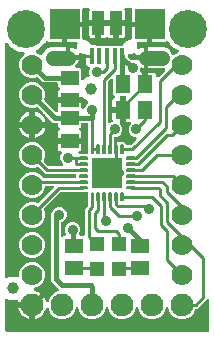
<source format=gbr>
G04 EAGLE Gerber RS-274X export*
G75*
%MOMM*%
%FSLAX34Y34*%
%LPD*%
%INTop Copper*%
%IPPOS*%
%AMOC8*
5,1,8,0,0,1.08239X$1,22.5*%
G01*
%ADD10C,0.140000*%
%ADD11R,2.500000X2.500000*%
%ADD12C,1.308000*%
%ADD13R,0.400000X1.350000*%
%ADD14R,1.000000X2.000000*%
%ADD15R,1.300000X1.500000*%
%ADD16R,1.500000X1.300000*%
%ADD17C,1.000000*%
%ADD18R,1.200000X1.200000*%
%ADD19C,1.930400*%
%ADD20C,1.778000*%
%ADD21C,3.216000*%
%ADD22C,0.254000*%
%ADD23C,0.889000*%
%ADD24C,0.406400*%
%ADD25C,0.906400*%

G36*
X38363Y27890D02*
X38363Y27890D01*
X38393Y27888D01*
X38521Y27910D01*
X38649Y27926D01*
X38677Y27937D01*
X38706Y27942D01*
X38825Y27995D01*
X38945Y28043D01*
X38969Y28061D01*
X38996Y28073D01*
X39098Y28154D01*
X39202Y28230D01*
X39221Y28253D01*
X39245Y28271D01*
X39323Y28375D01*
X39405Y28475D01*
X39418Y28502D01*
X39436Y28526D01*
X39507Y28670D01*
X40894Y32019D01*
X44181Y35306D01*
X47712Y36768D01*
X47755Y36793D01*
X47801Y36810D01*
X47892Y36871D01*
X47988Y36926D01*
X48024Y36960D01*
X48065Y36988D01*
X48137Y37071D01*
X48216Y37147D01*
X48242Y37189D01*
X48275Y37227D01*
X48325Y37324D01*
X48382Y37418D01*
X48397Y37466D01*
X48420Y37510D01*
X48444Y37617D01*
X48476Y37722D01*
X48478Y37772D01*
X48489Y37820D01*
X48486Y37930D01*
X48491Y38040D01*
X48481Y38088D01*
X48480Y38138D01*
X48449Y38244D01*
X48427Y38351D01*
X48405Y38396D01*
X48391Y38444D01*
X48336Y38538D01*
X48287Y38637D01*
X48255Y38675D01*
X48230Y38717D01*
X48123Y38838D01*
X44408Y42554D01*
X41655Y45306D01*
X41655Y100860D01*
X41693Y100928D01*
X41708Y100986D01*
X41732Y101042D01*
X41747Y101140D01*
X41772Y101236D01*
X41778Y101336D01*
X41782Y101356D01*
X41780Y101368D01*
X41782Y101396D01*
X41782Y102889D01*
X42768Y105269D01*
X44591Y107092D01*
X46971Y108078D01*
X49549Y108078D01*
X51929Y107092D01*
X53752Y105269D01*
X54738Y102889D01*
X54738Y100311D01*
X53752Y97931D01*
X51929Y96108D01*
X50568Y95545D01*
X50543Y95530D01*
X50515Y95521D01*
X50405Y95451D01*
X50292Y95387D01*
X50271Y95367D01*
X50246Y95351D01*
X50157Y95256D01*
X50064Y95166D01*
X50048Y95141D01*
X50028Y95119D01*
X49965Y95005D01*
X49897Y94895D01*
X49889Y94867D01*
X49874Y94841D01*
X49842Y94715D01*
X49804Y94591D01*
X49802Y94561D01*
X49795Y94533D01*
X49785Y94372D01*
X49785Y84304D01*
X49802Y84166D01*
X49815Y84027D01*
X49822Y84008D01*
X49825Y83988D01*
X49876Y83859D01*
X49923Y83728D01*
X49934Y83711D01*
X49942Y83692D01*
X50023Y83580D01*
X50101Y83465D01*
X50117Y83452D01*
X50128Y83435D01*
X50236Y83346D01*
X50340Y83254D01*
X50358Y83245D01*
X50373Y83232D01*
X50499Y83173D01*
X50623Y83110D01*
X50643Y83105D01*
X50661Y83097D01*
X50798Y83071D01*
X50933Y83040D01*
X50954Y83041D01*
X50973Y83037D01*
X51112Y83046D01*
X51251Y83050D01*
X51271Y83055D01*
X51291Y83057D01*
X51423Y83099D01*
X51557Y83138D01*
X51574Y83149D01*
X51593Y83155D01*
X51711Y83229D01*
X51831Y83300D01*
X51852Y83318D01*
X51862Y83325D01*
X51876Y83340D01*
X51951Y83406D01*
X52618Y84073D01*
X52779Y84073D01*
X52828Y84079D01*
X52877Y84077D01*
X52985Y84099D01*
X53094Y84113D01*
X53140Y84131D01*
X53189Y84141D01*
X53287Y84189D01*
X53390Y84230D01*
X53430Y84259D01*
X53475Y84281D01*
X53558Y84352D01*
X53647Y84416D01*
X53679Y84455D01*
X53717Y84487D01*
X53780Y84577D01*
X53850Y84661D01*
X53871Y84706D01*
X53900Y84747D01*
X53939Y84850D01*
X53985Y84949D01*
X53995Y84998D01*
X54012Y85044D01*
X54025Y85154D01*
X54045Y85261D01*
X54042Y85311D01*
X54048Y85360D01*
X54032Y85469D01*
X54025Y85579D01*
X54010Y85626D01*
X54003Y85675D01*
X53951Y85828D01*
X53212Y87611D01*
X53212Y90189D01*
X54198Y92569D01*
X56021Y94392D01*
X58401Y95378D01*
X60979Y95378D01*
X63359Y94392D01*
X65182Y92569D01*
X66168Y90189D01*
X66168Y87611D01*
X65429Y85828D01*
X65416Y85780D01*
X65395Y85735D01*
X65374Y85627D01*
X65345Y85521D01*
X65344Y85471D01*
X65335Y85422D01*
X65342Y85313D01*
X65340Y85203D01*
X65351Y85155D01*
X65355Y85105D01*
X65388Y85001D01*
X65414Y84894D01*
X65437Y84850D01*
X65453Y84803D01*
X65511Y84710D01*
X65563Y84613D01*
X65596Y84576D01*
X65623Y84534D01*
X65703Y84459D01*
X65777Y84377D01*
X65818Y84350D01*
X65854Y84316D01*
X65951Y84263D01*
X66042Y84203D01*
X66089Y84186D01*
X66133Y84162D01*
X66239Y84135D01*
X66343Y84099D01*
X66393Y84095D01*
X66441Y84083D01*
X66601Y84073D01*
X69088Y84073D01*
X69206Y84088D01*
X69325Y84095D01*
X69363Y84108D01*
X69404Y84113D01*
X69514Y84156D01*
X69627Y84193D01*
X69662Y84215D01*
X69699Y84230D01*
X69795Y84299D01*
X69896Y84363D01*
X69924Y84393D01*
X69957Y84416D01*
X70033Y84508D01*
X70114Y84595D01*
X70134Y84630D01*
X70159Y84661D01*
X70210Y84769D01*
X70268Y84873D01*
X70278Y84913D01*
X70295Y84949D01*
X70317Y85066D01*
X70347Y85181D01*
X70351Y85241D01*
X70355Y85261D01*
X70353Y85282D01*
X70357Y85342D01*
X70357Y106778D01*
X72726Y109146D01*
X72786Y109225D01*
X72854Y109297D01*
X72883Y109350D01*
X72920Y109398D01*
X72960Y109489D01*
X73008Y109575D01*
X73023Y109634D01*
X73047Y109689D01*
X73062Y109787D01*
X73087Y109883D01*
X73093Y109983D01*
X73097Y110004D01*
X73095Y110016D01*
X73097Y110044D01*
X73097Y112072D01*
X73085Y112171D01*
X73082Y112270D01*
X73065Y112328D01*
X73057Y112388D01*
X73021Y112480D01*
X72993Y112575D01*
X72967Y112620D01*
X72967Y119958D01*
X72952Y120076D01*
X72945Y120195D01*
X72932Y120233D01*
X72927Y120274D01*
X72884Y120384D01*
X72847Y120497D01*
X72825Y120532D01*
X72810Y120569D01*
X72741Y120665D01*
X72677Y120766D01*
X72647Y120794D01*
X72624Y120827D01*
X72532Y120903D01*
X72445Y120984D01*
X72410Y121004D01*
X72379Y121029D01*
X72271Y121080D01*
X72167Y121138D01*
X72127Y121148D01*
X72091Y121165D01*
X71974Y121187D01*
X71859Y121217D01*
X71799Y121221D01*
X71779Y121225D01*
X71758Y121223D01*
X71698Y121227D01*
X64354Y121227D01*
X64281Y121268D01*
X64222Y121283D01*
X64167Y121307D01*
X64069Y121322D01*
X63973Y121347D01*
X63873Y121353D01*
X63853Y121357D01*
X63840Y121355D01*
X63812Y121357D01*
X50354Y121357D01*
X50256Y121345D01*
X50157Y121342D01*
X50098Y121325D01*
X50038Y121317D01*
X49946Y121281D01*
X49851Y121253D01*
X49799Y121223D01*
X49743Y121200D01*
X49663Y121142D01*
X49577Y121092D01*
X49502Y121026D01*
X49485Y121014D01*
X49477Y121004D01*
X49456Y120986D01*
X35728Y107257D01*
X35709Y107233D01*
X35687Y107214D01*
X35612Y107108D01*
X35533Y107006D01*
X35521Y106978D01*
X35504Y106954D01*
X35458Y106833D01*
X35406Y106714D01*
X35402Y106685D01*
X35391Y106657D01*
X35377Y106528D01*
X35356Y106400D01*
X35359Y106370D01*
X35356Y106341D01*
X35374Y106212D01*
X35386Y106083D01*
X35396Y106055D01*
X35400Y106026D01*
X35452Y105874D01*
X36323Y103773D01*
X36323Y99427D01*
X34660Y95413D01*
X31587Y92340D01*
X27573Y90677D01*
X23227Y90677D01*
X19213Y92340D01*
X16140Y95413D01*
X14477Y99427D01*
X14477Y103773D01*
X16140Y107787D01*
X19213Y110860D01*
X23227Y112523D01*
X27573Y112523D01*
X29674Y111652D01*
X29702Y111645D01*
X29728Y111631D01*
X29855Y111603D01*
X29980Y111569D01*
X30010Y111568D01*
X30039Y111562D01*
X30168Y111566D01*
X30298Y111563D01*
X30327Y111570D01*
X30357Y111571D01*
X30481Y111607D01*
X30608Y111638D01*
X30634Y111651D01*
X30662Y111660D01*
X30774Y111726D01*
X30889Y111786D01*
X30911Y111806D01*
X30936Y111821D01*
X31057Y111928D01*
X43320Y124191D01*
X43405Y124300D01*
X43494Y124407D01*
X43502Y124426D01*
X43515Y124442D01*
X43570Y124570D01*
X43629Y124695D01*
X43633Y124715D01*
X43641Y124734D01*
X43663Y124872D01*
X43689Y125008D01*
X43688Y125028D01*
X43691Y125048D01*
X43678Y125187D01*
X43669Y125325D01*
X43663Y125344D01*
X43661Y125364D01*
X43614Y125496D01*
X43571Y125627D01*
X43560Y125645D01*
X43553Y125664D01*
X43475Y125779D01*
X43401Y125896D01*
X43386Y125910D01*
X43375Y125927D01*
X43271Y126019D01*
X43169Y126114D01*
X43152Y126124D01*
X43136Y126137D01*
X43013Y126200D01*
X42891Y126268D01*
X42871Y126273D01*
X42853Y126282D01*
X42717Y126312D01*
X42583Y126347D01*
X42555Y126349D01*
X42543Y126352D01*
X42522Y126351D01*
X42422Y126357D01*
X37592Y126357D01*
X37474Y126342D01*
X37355Y126335D01*
X37317Y126322D01*
X37276Y126317D01*
X37166Y126274D01*
X37053Y126237D01*
X37018Y126215D01*
X36981Y126200D01*
X36885Y126131D01*
X36784Y126067D01*
X36756Y126037D01*
X36723Y126014D01*
X36647Y125922D01*
X36566Y125835D01*
X36546Y125800D01*
X36521Y125769D01*
X36470Y125661D01*
X36412Y125557D01*
X36402Y125517D01*
X36385Y125481D01*
X36363Y125364D01*
X36333Y125249D01*
X36329Y125189D01*
X36325Y125169D01*
X36327Y125148D01*
X36323Y125088D01*
X36323Y124827D01*
X34660Y120813D01*
X31587Y117740D01*
X27573Y116077D01*
X23227Y116077D01*
X19213Y117740D01*
X16140Y120813D01*
X14477Y124827D01*
X14477Y129173D01*
X16140Y133187D01*
X19213Y136260D01*
X23227Y137923D01*
X27573Y137923D01*
X31587Y136260D01*
X34513Y133334D01*
X34591Y133274D01*
X34663Y133206D01*
X34716Y133177D01*
X34764Y133140D01*
X34855Y133100D01*
X34941Y133052D01*
X35000Y133037D01*
X35056Y133013D01*
X35154Y132998D01*
X35249Y132973D01*
X35349Y132967D01*
X35370Y132963D01*
X35382Y132965D01*
X35410Y132963D01*
X61598Y132963D01*
X61716Y132978D01*
X61835Y132985D01*
X61873Y132998D01*
X61914Y133003D01*
X62024Y133046D01*
X62137Y133083D01*
X62172Y133105D01*
X62209Y133120D01*
X62305Y133189D01*
X62406Y133253D01*
X62434Y133283D01*
X62467Y133306D01*
X62543Y133398D01*
X62624Y133485D01*
X62644Y133520D01*
X62669Y133551D01*
X62720Y133659D01*
X62778Y133763D01*
X62788Y133803D01*
X62805Y133839D01*
X62827Y133956D01*
X62857Y134071D01*
X62861Y134131D01*
X62865Y134151D01*
X62863Y134172D01*
X62867Y134232D01*
X62867Y135088D01*
X62852Y135206D01*
X62845Y135325D01*
X62832Y135363D01*
X62827Y135404D01*
X62784Y135514D01*
X62747Y135627D01*
X62725Y135662D01*
X62710Y135699D01*
X62641Y135795D01*
X62577Y135896D01*
X62547Y135924D01*
X62524Y135957D01*
X62432Y136033D01*
X62345Y136114D01*
X62310Y136134D01*
X62279Y136159D01*
X62171Y136210D01*
X62067Y136268D01*
X62027Y136278D01*
X61991Y136295D01*
X61874Y136317D01*
X61759Y136347D01*
X61699Y136351D01*
X61679Y136355D01*
X61658Y136353D01*
X61598Y136357D01*
X36772Y136357D01*
X34466Y138664D01*
X31057Y142072D01*
X31033Y142091D01*
X31014Y142113D01*
X30908Y142188D01*
X30806Y142267D01*
X30778Y142279D01*
X30754Y142296D01*
X30633Y142342D01*
X30514Y142394D01*
X30485Y142398D01*
X30457Y142409D01*
X30328Y142423D01*
X30200Y142444D01*
X30170Y142441D01*
X30141Y142444D01*
X30012Y142426D01*
X29883Y142414D01*
X29855Y142404D01*
X29826Y142400D01*
X29674Y142348D01*
X27573Y141477D01*
X23227Y141477D01*
X19213Y143140D01*
X16140Y146213D01*
X14477Y150227D01*
X14477Y154573D01*
X16140Y158587D01*
X19213Y161660D01*
X23227Y163323D01*
X27573Y163323D01*
X31587Y161660D01*
X34660Y158587D01*
X36323Y154573D01*
X36323Y150227D01*
X35452Y148126D01*
X35445Y148098D01*
X35431Y148072D01*
X35403Y147945D01*
X35369Y147820D01*
X35368Y147790D01*
X35362Y147761D01*
X35366Y147632D01*
X35363Y147502D01*
X35370Y147473D01*
X35371Y147443D01*
X35407Y147319D01*
X35438Y147192D01*
X35451Y147166D01*
X35460Y147138D01*
X35525Y147026D01*
X35586Y146911D01*
X35606Y146889D01*
X35621Y146864D01*
X35728Y146743D01*
X39136Y143334D01*
X39215Y143274D01*
X39287Y143206D01*
X39340Y143177D01*
X39388Y143140D01*
X39479Y143100D01*
X39565Y143052D01*
X39624Y143037D01*
X39679Y143013D01*
X39777Y142998D01*
X39873Y142973D01*
X39973Y142967D01*
X39994Y142963D01*
X40006Y142965D01*
X40034Y142963D01*
X50552Y142963D01*
X50690Y142980D01*
X50829Y142993D01*
X50848Y143000D01*
X50868Y143003D01*
X50997Y143054D01*
X51128Y143101D01*
X51145Y143112D01*
X51163Y143120D01*
X51276Y143201D01*
X51391Y143279D01*
X51404Y143295D01*
X51421Y143306D01*
X51510Y143414D01*
X51601Y143518D01*
X51611Y143536D01*
X51624Y143551D01*
X51683Y143677D01*
X51746Y143801D01*
X51750Y143821D01*
X51759Y143839D01*
X51785Y143976D01*
X51816Y144111D01*
X51815Y144132D01*
X51819Y144151D01*
X51810Y144290D01*
X51806Y144429D01*
X51800Y144449D01*
X51799Y144469D01*
X51756Y144601D01*
X51718Y144735D01*
X51707Y144752D01*
X51701Y144771D01*
X51627Y144889D01*
X51556Y145009D01*
X51538Y145030D01*
X51531Y145040D01*
X51516Y145054D01*
X51450Y145129D01*
X50388Y146191D01*
X49402Y148571D01*
X49402Y151149D01*
X50457Y153694D01*
X50470Y153742D01*
X50491Y153787D01*
X50512Y153895D01*
X50541Y154001D01*
X50541Y154051D01*
X50551Y154100D01*
X50544Y154209D01*
X50546Y154319D01*
X50534Y154367D01*
X50531Y154417D01*
X50497Y154521D01*
X50472Y154628D01*
X50448Y154672D01*
X50433Y154719D01*
X50374Y154812D01*
X50323Y154909D01*
X50290Y154946D01*
X50263Y154988D01*
X50183Y155063D01*
X50109Y155145D01*
X50067Y155172D01*
X50031Y155206D01*
X49935Y155259D01*
X49843Y155319D01*
X49796Y155336D01*
X49753Y155360D01*
X49646Y155387D01*
X49542Y155423D01*
X49493Y155427D01*
X49445Y155439D01*
X49325Y155447D01*
X48669Y155622D01*
X48090Y155957D01*
X47617Y156430D01*
X47282Y157009D01*
X47109Y157656D01*
X47109Y161951D01*
X55880Y161951D01*
X55998Y161966D01*
X56117Y161973D01*
X56155Y161986D01*
X56195Y161991D01*
X56306Y162034D01*
X56419Y162071D01*
X56454Y162093D01*
X56491Y162108D01*
X56587Y162178D01*
X56688Y162241D01*
X56716Y162271D01*
X56748Y162295D01*
X56824Y162386D01*
X56906Y162473D01*
X56925Y162508D01*
X56951Y162539D01*
X57002Y162647D01*
X57059Y162751D01*
X57070Y162791D01*
X57087Y162827D01*
X57109Y162944D01*
X57139Y163059D01*
X57143Y163120D01*
X57147Y163140D01*
X57145Y163160D01*
X57149Y163220D01*
X57149Y165760D01*
X57134Y165878D01*
X57127Y165997D01*
X57114Y166035D01*
X57109Y166075D01*
X57065Y166186D01*
X57029Y166299D01*
X57007Y166334D01*
X56992Y166371D01*
X56922Y166467D01*
X56859Y166568D01*
X56829Y166596D01*
X56805Y166628D01*
X56714Y166704D01*
X56627Y166786D01*
X56592Y166805D01*
X56560Y166831D01*
X56453Y166882D01*
X56349Y166939D01*
X56309Y166950D01*
X56273Y166967D01*
X56156Y166989D01*
X56041Y167019D01*
X55980Y167023D01*
X55960Y167027D01*
X55940Y167025D01*
X55880Y167029D01*
X47109Y167029D01*
X47109Y171324D01*
X47282Y171971D01*
X47617Y172550D01*
X48090Y173023D01*
X48339Y173167D01*
X48439Y173243D01*
X48543Y173313D01*
X48565Y173339D01*
X48592Y173359D01*
X48670Y173458D01*
X48754Y173552D01*
X48769Y173582D01*
X48790Y173608D01*
X48841Y173723D01*
X48898Y173835D01*
X48906Y173868D01*
X48919Y173899D01*
X48940Y174023D01*
X48968Y174145D01*
X48967Y174179D01*
X48972Y174212D01*
X48962Y174338D01*
X48958Y174463D01*
X48949Y174496D01*
X48946Y174529D01*
X48905Y174648D01*
X48870Y174769D01*
X48853Y174798D01*
X48842Y174830D01*
X48772Y174934D01*
X48708Y175043D01*
X48676Y175079D01*
X48666Y175095D01*
X48650Y175109D01*
X48602Y175164D01*
X47617Y176148D01*
X47617Y178156D01*
X47602Y178274D01*
X47595Y178393D01*
X47582Y178431D01*
X47577Y178472D01*
X47534Y178582D01*
X47497Y178695D01*
X47475Y178730D01*
X47460Y178767D01*
X47391Y178863D01*
X47327Y178964D01*
X47297Y178992D01*
X47274Y179025D01*
X47182Y179101D01*
X47095Y179182D01*
X47060Y179202D01*
X47029Y179227D01*
X46921Y179278D01*
X46817Y179336D01*
X46777Y179346D01*
X46741Y179363D01*
X46624Y179385D01*
X46509Y179415D01*
X46449Y179419D01*
X46429Y179423D01*
X46408Y179421D01*
X46348Y179425D01*
X43426Y179425D01*
X40674Y182178D01*
X36260Y186591D01*
X36213Y186628D01*
X36172Y186672D01*
X36088Y186725D01*
X36009Y186786D01*
X35954Y186810D01*
X35904Y186842D01*
X35809Y186873D01*
X35717Y186912D01*
X35658Y186922D01*
X35601Y186940D01*
X35502Y186947D01*
X35403Y186962D01*
X35344Y186957D01*
X35284Y186960D01*
X35186Y186942D01*
X35087Y186932D01*
X35030Y186912D01*
X34971Y186901D01*
X34881Y186859D01*
X34787Y186825D01*
X34738Y186791D01*
X34684Y186766D01*
X34607Y186702D01*
X34524Y186646D01*
X34485Y186601D01*
X34438Y186563D01*
X34380Y186483D01*
X34314Y186408D01*
X34286Y186354D01*
X34251Y186306D01*
X34214Y186213D01*
X34169Y186125D01*
X34156Y186066D01*
X34134Y186010D01*
X34121Y185912D01*
X34099Y185814D01*
X34101Y185754D01*
X34094Y185695D01*
X34106Y185596D01*
X34109Y185496D01*
X34126Y185439D01*
X34133Y185379D01*
X34170Y185286D01*
X34198Y185191D01*
X34228Y185139D01*
X34250Y185084D01*
X34336Y184948D01*
X35177Y183791D01*
X35993Y182188D01*
X36549Y180477D01*
X36577Y180299D01*
X27899Y180299D01*
X27899Y188977D01*
X28077Y188949D01*
X29788Y188393D01*
X31391Y187577D01*
X32548Y186736D01*
X32600Y186707D01*
X32647Y186671D01*
X32739Y186631D01*
X32826Y186583D01*
X32884Y186568D01*
X32939Y186544D01*
X33038Y186529D01*
X33134Y186504D01*
X33194Y186504D01*
X33253Y186494D01*
X33353Y186504D01*
X33452Y186504D01*
X33510Y186519D01*
X33570Y186524D01*
X33664Y186558D01*
X33760Y186583D01*
X33813Y186611D01*
X33869Y186632D01*
X33952Y186688D01*
X34039Y186736D01*
X34083Y186777D01*
X34132Y186810D01*
X34198Y186885D01*
X34271Y186953D01*
X34303Y187004D01*
X34343Y187049D01*
X34388Y187138D01*
X34442Y187222D01*
X34460Y187279D01*
X34487Y187332D01*
X34509Y187429D01*
X34540Y187524D01*
X34544Y187584D01*
X34557Y187642D01*
X34554Y187742D01*
X34560Y187841D01*
X34549Y187900D01*
X34547Y187960D01*
X34520Y188056D01*
X34501Y188154D01*
X34476Y188208D01*
X34459Y188266D01*
X34409Y188351D01*
X34366Y188442D01*
X34328Y188488D01*
X34298Y188540D01*
X34191Y188660D01*
X30295Y192557D01*
X30271Y192575D01*
X30252Y192597D01*
X30195Y192638D01*
X30145Y192685D01*
X30092Y192714D01*
X30044Y192752D01*
X30016Y192763D01*
X29992Y192780D01*
X29926Y192805D01*
X29866Y192839D01*
X29809Y192853D01*
X29752Y192878D01*
X29723Y192883D01*
X29695Y192893D01*
X29624Y192901D01*
X29558Y192918D01*
X29461Y192924D01*
X29438Y192928D01*
X29424Y192927D01*
X29398Y192928D01*
X29397Y192928D01*
X29389Y192927D01*
X29379Y192928D01*
X29250Y192910D01*
X29121Y192898D01*
X29101Y192891D01*
X29081Y192888D01*
X29073Y192885D01*
X29064Y192884D01*
X28912Y192832D01*
X27573Y192277D01*
X23227Y192277D01*
X19213Y193940D01*
X16140Y197013D01*
X14477Y201027D01*
X14477Y205373D01*
X16140Y209387D01*
X19213Y212460D01*
X23227Y214123D01*
X27573Y214123D01*
X31587Y212460D01*
X34660Y209387D01*
X36323Y205373D01*
X36323Y201027D01*
X35768Y199688D01*
X35760Y199660D01*
X35747Y199634D01*
X35718Y199507D01*
X35684Y199382D01*
X35684Y199352D01*
X35677Y199323D01*
X35681Y199194D01*
X35679Y199064D01*
X35686Y199035D01*
X35687Y199005D01*
X35723Y198881D01*
X35753Y198754D01*
X35767Y198728D01*
X35775Y198700D01*
X35841Y198588D01*
X35902Y198473D01*
X35922Y198451D01*
X35937Y198426D01*
X36043Y198305D01*
X45451Y188898D01*
X45560Y188813D01*
X45667Y188724D01*
X45686Y188715D01*
X45702Y188703D01*
X45830Y188647D01*
X45955Y188588D01*
X45975Y188585D01*
X45994Y188577D01*
X46132Y188555D01*
X46268Y188529D01*
X46288Y188530D01*
X46308Y188527D01*
X46447Y188540D01*
X46585Y188548D01*
X46604Y188555D01*
X46624Y188557D01*
X46756Y188604D01*
X46887Y188646D01*
X46905Y188657D01*
X46924Y188664D01*
X47039Y188742D01*
X47156Y188817D01*
X47170Y188831D01*
X47187Y188843D01*
X47279Y188947D01*
X47374Y189048D01*
X47384Y189066D01*
X47397Y189081D01*
X47461Y189205D01*
X47528Y189327D01*
X47533Y189346D01*
X47542Y189364D01*
X47572Y189500D01*
X47607Y189635D01*
X47609Y189663D01*
X47612Y189675D01*
X47611Y189695D01*
X47617Y189795D01*
X47617Y190379D01*
X47606Y190471D01*
X47604Y190563D01*
X47590Y190614D01*
X47589Y190627D01*
X47584Y190641D01*
X47577Y190695D01*
X47543Y190781D01*
X47519Y190870D01*
X47494Y190920D01*
X47491Y190929D01*
X47483Y190941D01*
X47467Y190975D01*
X47460Y190990D01*
X47455Y190997D01*
X47447Y191014D01*
X47282Y191299D01*
X47109Y191946D01*
X47109Y196241D01*
X55880Y196241D01*
X55998Y196256D01*
X56117Y196263D01*
X56155Y196276D01*
X56195Y196281D01*
X56306Y196324D01*
X56419Y196361D01*
X56454Y196383D01*
X56491Y196398D01*
X56587Y196468D01*
X56688Y196531D01*
X56716Y196561D01*
X56748Y196585D01*
X56824Y196676D01*
X56906Y196763D01*
X56925Y196798D01*
X56951Y196829D01*
X57002Y196937D01*
X57059Y197041D01*
X57070Y197081D01*
X57087Y197117D01*
X57109Y197234D01*
X57139Y197349D01*
X57143Y197410D01*
X57147Y197430D01*
X57145Y197450D01*
X57149Y197510D01*
X57149Y200050D01*
X57134Y200168D01*
X57127Y200287D01*
X57114Y200325D01*
X57109Y200365D01*
X57065Y200476D01*
X57029Y200589D01*
X57007Y200624D01*
X56992Y200661D01*
X56922Y200757D01*
X56859Y200858D01*
X56829Y200886D01*
X56805Y200918D01*
X56714Y200994D01*
X56627Y201076D01*
X56592Y201095D01*
X56560Y201121D01*
X56453Y201172D01*
X56349Y201229D01*
X56309Y201240D01*
X56273Y201257D01*
X56156Y201279D01*
X56041Y201309D01*
X55980Y201313D01*
X55960Y201317D01*
X55940Y201315D01*
X55880Y201319D01*
X47109Y201319D01*
X47109Y205614D01*
X47282Y206261D01*
X47617Y206840D01*
X48090Y207313D01*
X48339Y207457D01*
X48439Y207533D01*
X48543Y207603D01*
X48565Y207629D01*
X48592Y207649D01*
X48670Y207748D01*
X48754Y207842D01*
X48769Y207872D01*
X48790Y207898D01*
X48841Y208013D01*
X48898Y208125D01*
X48906Y208158D01*
X48919Y208189D01*
X48940Y208313D01*
X48968Y208435D01*
X48967Y208469D01*
X48972Y208502D01*
X48962Y208628D01*
X48958Y208753D01*
X48949Y208786D01*
X48946Y208819D01*
X48905Y208938D01*
X48870Y209059D01*
X48853Y209088D01*
X48842Y209120D01*
X48772Y209224D01*
X48708Y209333D01*
X48676Y209369D01*
X48666Y209385D01*
X48650Y209399D01*
X48602Y209454D01*
X47617Y210438D01*
X47617Y212446D01*
X47602Y212564D01*
X47595Y212683D01*
X47582Y212721D01*
X47577Y212762D01*
X47534Y212872D01*
X47497Y212985D01*
X47475Y213020D01*
X47460Y213057D01*
X47391Y213153D01*
X47327Y213254D01*
X47297Y213282D01*
X47274Y213315D01*
X47182Y213391D01*
X47095Y213472D01*
X47060Y213492D01*
X47029Y213517D01*
X46921Y213568D01*
X46817Y213626D01*
X46777Y213636D01*
X46741Y213653D01*
X46624Y213675D01*
X46509Y213705D01*
X46449Y213709D01*
X46429Y213713D01*
X46408Y213711D01*
X46348Y213715D01*
X34536Y213715D01*
X30295Y217957D01*
X30271Y217975D01*
X30252Y217997D01*
X30191Y218040D01*
X30160Y218070D01*
X30122Y218091D01*
X30044Y218152D01*
X30016Y218163D01*
X29992Y218180D01*
X29887Y218220D01*
X29881Y218224D01*
X29873Y218226D01*
X29871Y218226D01*
X29752Y218278D01*
X29723Y218283D01*
X29695Y218293D01*
X29566Y218308D01*
X29438Y218328D01*
X29408Y218325D01*
X29379Y218328D01*
X29250Y218310D01*
X29121Y218298D01*
X29093Y218288D01*
X29064Y218284D01*
X28912Y218232D01*
X27573Y217677D01*
X23227Y217677D01*
X19213Y219340D01*
X16140Y222413D01*
X14477Y226427D01*
X14477Y230773D01*
X16140Y234787D01*
X18721Y237368D01*
X18765Y237425D01*
X18818Y237476D01*
X18863Y237551D01*
X18916Y237619D01*
X18945Y237686D01*
X18982Y237748D01*
X19008Y237831D01*
X19042Y237911D01*
X19053Y237983D01*
X19075Y238053D01*
X19078Y238139D01*
X19092Y238225D01*
X19085Y238298D01*
X19088Y238371D01*
X19070Y238455D01*
X19062Y238542D01*
X19037Y238610D01*
X19022Y238682D01*
X18984Y238759D01*
X18954Y238841D01*
X18913Y238901D01*
X18881Y238967D01*
X18825Y239032D01*
X18776Y239104D01*
X18721Y239152D01*
X18674Y239208D01*
X18603Y239257D01*
X18537Y239315D01*
X18472Y239348D01*
X18413Y239389D01*
X18331Y239420D01*
X18254Y239459D01*
X18183Y239475D01*
X18115Y239501D01*
X17956Y239528D01*
X14099Y239933D01*
X6849Y244119D01*
X4837Y246888D01*
X4782Y246946D01*
X4736Y247011D01*
X4674Y247062D01*
X4619Y247120D01*
X4552Y247163D01*
X4491Y247213D01*
X4418Y247247D01*
X4351Y247290D01*
X4275Y247315D01*
X4203Y247349D01*
X4124Y247364D01*
X4048Y247389D01*
X3969Y247394D01*
X3890Y247409D01*
X3811Y247404D01*
X3731Y247409D01*
X3653Y247394D01*
X3573Y247389D01*
X3497Y247364D01*
X3418Y247349D01*
X3346Y247315D01*
X3271Y247291D01*
X3203Y247248D01*
X3131Y247214D01*
X3069Y247163D01*
X3002Y247121D01*
X2947Y247062D01*
X2885Y247012D01*
X2839Y246947D01*
X2784Y246889D01*
X2745Y246819D01*
X2698Y246754D01*
X2669Y246680D01*
X2630Y246611D01*
X2610Y246533D01*
X2581Y246459D01*
X2571Y246380D01*
X2551Y246303D01*
X2541Y246145D01*
X2541Y246143D01*
X2541Y246142D01*
X2541Y49450D01*
X2557Y49319D01*
X2568Y49187D01*
X2577Y49162D01*
X2581Y49135D01*
X2629Y49012D01*
X2673Y48887D01*
X2688Y48864D01*
X2698Y48839D01*
X2775Y48732D01*
X2849Y48622D01*
X2869Y48604D01*
X2884Y48582D01*
X2987Y48497D01*
X3085Y48409D01*
X3109Y48396D01*
X3129Y48379D01*
X3249Y48323D01*
X3366Y48261D01*
X3393Y48255D01*
X3417Y48244D01*
X3547Y48219D01*
X3676Y48188D01*
X3703Y48189D01*
X3729Y48184D01*
X3861Y48192D01*
X3994Y48195D01*
X4020Y48202D01*
X4047Y48204D01*
X4173Y48244D01*
X4300Y48280D01*
X4335Y48297D01*
X4349Y48302D01*
X4368Y48313D01*
X4445Y48351D01*
X6210Y49371D01*
X11570Y49371D01*
X12573Y48791D01*
X12695Y48740D01*
X12815Y48684D01*
X12842Y48678D01*
X12867Y48668D01*
X12998Y48649D01*
X13128Y48624D01*
X13154Y48625D01*
X13181Y48621D01*
X13313Y48635D01*
X13445Y48643D01*
X13471Y48652D01*
X13497Y48655D01*
X13621Y48701D01*
X13747Y48742D01*
X13770Y48756D01*
X13796Y48765D01*
X13904Y48841D01*
X14016Y48912D01*
X14035Y48931D01*
X14057Y48947D01*
X14143Y49047D01*
X14234Y49143D01*
X14247Y49167D01*
X14265Y49187D01*
X14324Y49306D01*
X14388Y49422D01*
X14394Y49448D01*
X14406Y49472D01*
X14434Y49602D01*
X14467Y49730D01*
X14469Y49768D01*
X14473Y49783D01*
X14472Y49805D01*
X14477Y49890D01*
X14477Y52973D01*
X16140Y56987D01*
X19213Y60060D01*
X23227Y61723D01*
X27573Y61723D01*
X31587Y60060D01*
X34660Y56987D01*
X36323Y52973D01*
X36323Y48627D01*
X34660Y44613D01*
X31587Y41540D01*
X27405Y39808D01*
X27293Y39744D01*
X27178Y39685D01*
X27155Y39665D01*
X27129Y39650D01*
X27036Y39560D01*
X26939Y39475D01*
X26922Y39450D01*
X26900Y39429D01*
X26833Y39319D01*
X26760Y39212D01*
X26750Y39184D01*
X26734Y39158D01*
X26696Y39034D01*
X26652Y38913D01*
X26650Y38883D01*
X26641Y38854D01*
X26635Y38725D01*
X26622Y38596D01*
X26627Y38566D01*
X26626Y38536D01*
X26652Y38410D01*
X26672Y38282D01*
X26684Y38254D01*
X26690Y38225D01*
X26747Y38109D01*
X26798Y37990D01*
X26816Y37966D01*
X26830Y37939D01*
X26913Y37841D01*
X26992Y37739D01*
X27016Y37720D01*
X27036Y37697D01*
X27142Y37623D01*
X27244Y37544D01*
X27271Y37532D01*
X27296Y37514D01*
X27417Y37468D01*
X27535Y37417D01*
X27577Y37407D01*
X27593Y37401D01*
X27615Y37399D01*
X27692Y37382D01*
X28255Y37293D01*
X30080Y36699D01*
X31790Y35828D01*
X33343Y34700D01*
X34700Y33343D01*
X35828Y31790D01*
X36699Y30080D01*
X37127Y28764D01*
X37140Y28737D01*
X37147Y28708D01*
X37170Y28664D01*
X37173Y28656D01*
X37183Y28639D01*
X37208Y28593D01*
X37263Y28476D01*
X37282Y28453D01*
X37296Y28426D01*
X37383Y28330D01*
X37465Y28231D01*
X37490Y28213D01*
X37510Y28191D01*
X37618Y28120D01*
X37723Y28044D01*
X37750Y28033D01*
X37775Y28016D01*
X37898Y27974D01*
X38018Y27927D01*
X38048Y27923D01*
X38076Y27913D01*
X38205Y27903D01*
X38334Y27887D01*
X38363Y27890D01*
G37*
G36*
X174108Y2556D02*
X174108Y2556D01*
X174227Y2563D01*
X174265Y2576D01*
X174306Y2581D01*
X174416Y2624D01*
X174529Y2661D01*
X174564Y2683D01*
X174601Y2698D01*
X174697Y2767D01*
X174798Y2831D01*
X174826Y2861D01*
X174859Y2884D01*
X174935Y2976D01*
X175016Y3063D01*
X175036Y3098D01*
X175061Y3129D01*
X175112Y3237D01*
X175170Y3341D01*
X175180Y3381D01*
X175197Y3417D01*
X175219Y3534D01*
X175249Y3649D01*
X175253Y3709D01*
X175257Y3729D01*
X175255Y3750D01*
X175259Y3810D01*
X175259Y29094D01*
X175242Y29232D01*
X175229Y29371D01*
X175222Y29390D01*
X175219Y29410D01*
X175168Y29539D01*
X175121Y29670D01*
X175110Y29687D01*
X175102Y29705D01*
X175021Y29818D01*
X174943Y29933D01*
X174927Y29946D01*
X174916Y29963D01*
X174808Y30052D01*
X174704Y30144D01*
X174686Y30153D01*
X174671Y30166D01*
X174545Y30225D01*
X174421Y30288D01*
X174401Y30293D01*
X174383Y30301D01*
X174247Y30327D01*
X174111Y30358D01*
X174090Y30357D01*
X174071Y30361D01*
X173932Y30352D01*
X173793Y30348D01*
X173773Y30342D01*
X173753Y30341D01*
X173621Y30298D01*
X173487Y30260D01*
X173470Y30249D01*
X173451Y30243D01*
X173333Y30169D01*
X173213Y30098D01*
X173192Y30080D01*
X173182Y30073D01*
X173168Y30058D01*
X173093Y29992D01*
X167504Y24404D01*
X165198Y22097D01*
X164528Y22097D01*
X164498Y22094D01*
X164469Y22096D01*
X164341Y22074D01*
X164212Y22057D01*
X164185Y22047D01*
X164155Y22042D01*
X164037Y21988D01*
X163916Y21940D01*
X163892Y21923D01*
X163865Y21911D01*
X163764Y21830D01*
X163659Y21754D01*
X163640Y21731D01*
X163617Y21712D01*
X163539Y21609D01*
X163456Y21509D01*
X163444Y21482D01*
X163426Y21458D01*
X163355Y21314D01*
X162306Y18781D01*
X159019Y15494D01*
X154724Y13715D01*
X150076Y13715D01*
X145781Y15494D01*
X142494Y18781D01*
X140873Y22696D01*
X140804Y22817D01*
X140739Y22940D01*
X140725Y22955D01*
X140715Y22972D01*
X140618Y23072D01*
X140525Y23175D01*
X140508Y23186D01*
X140494Y23201D01*
X140375Y23273D01*
X140259Y23350D01*
X140240Y23356D01*
X140223Y23367D01*
X140090Y23408D01*
X139958Y23453D01*
X139938Y23454D01*
X139919Y23460D01*
X139780Y23467D01*
X139641Y23478D01*
X139621Y23475D01*
X139601Y23476D01*
X139465Y23447D01*
X139328Y23424D01*
X139309Y23415D01*
X139290Y23411D01*
X139164Y23350D01*
X139038Y23293D01*
X139022Y23280D01*
X139004Y23272D01*
X138898Y23181D01*
X138790Y23094D01*
X138777Y23078D01*
X138762Y23065D01*
X138682Y22951D01*
X138598Y22840D01*
X138586Y22815D01*
X138579Y22805D01*
X138572Y22786D01*
X138527Y22696D01*
X136906Y18781D01*
X133619Y15494D01*
X129324Y13715D01*
X124676Y13715D01*
X120381Y15494D01*
X117094Y18781D01*
X115473Y22696D01*
X115404Y22817D01*
X115339Y22940D01*
X115325Y22955D01*
X115315Y22972D01*
X115218Y23072D01*
X115125Y23175D01*
X115108Y23186D01*
X115094Y23201D01*
X114975Y23273D01*
X114859Y23350D01*
X114840Y23356D01*
X114823Y23367D01*
X114690Y23408D01*
X114558Y23453D01*
X114538Y23454D01*
X114519Y23460D01*
X114380Y23467D01*
X114241Y23478D01*
X114221Y23475D01*
X114201Y23476D01*
X114065Y23447D01*
X113928Y23424D01*
X113909Y23415D01*
X113890Y23411D01*
X113764Y23350D01*
X113638Y23293D01*
X113622Y23280D01*
X113604Y23272D01*
X113498Y23181D01*
X113390Y23094D01*
X113377Y23078D01*
X113362Y23065D01*
X113282Y22951D01*
X113198Y22840D01*
X113186Y22815D01*
X113179Y22805D01*
X113172Y22786D01*
X113127Y22696D01*
X111506Y18781D01*
X108219Y15494D01*
X103924Y13715D01*
X99276Y13715D01*
X94981Y15494D01*
X91694Y18781D01*
X90073Y22696D01*
X90004Y22817D01*
X89939Y22940D01*
X89925Y22955D01*
X89915Y22972D01*
X89818Y23072D01*
X89725Y23175D01*
X89708Y23186D01*
X89694Y23201D01*
X89575Y23273D01*
X89459Y23350D01*
X89440Y23356D01*
X89423Y23367D01*
X89290Y23408D01*
X89158Y23453D01*
X89138Y23454D01*
X89119Y23460D01*
X88980Y23467D01*
X88841Y23478D01*
X88821Y23475D01*
X88801Y23476D01*
X88665Y23447D01*
X88528Y23424D01*
X88509Y23415D01*
X88490Y23411D01*
X88364Y23350D01*
X88238Y23293D01*
X88222Y23280D01*
X88204Y23272D01*
X88098Y23181D01*
X87990Y23094D01*
X87977Y23078D01*
X87962Y23065D01*
X87882Y22951D01*
X87798Y22840D01*
X87786Y22815D01*
X87779Y22805D01*
X87772Y22786D01*
X87727Y22696D01*
X86106Y18781D01*
X82819Y15494D01*
X78524Y13715D01*
X73876Y13715D01*
X69581Y15494D01*
X66294Y18781D01*
X64673Y22696D01*
X64604Y22817D01*
X64539Y22940D01*
X64525Y22955D01*
X64515Y22972D01*
X64418Y23072D01*
X64325Y23175D01*
X64308Y23186D01*
X64294Y23201D01*
X64175Y23273D01*
X64059Y23350D01*
X64040Y23356D01*
X64023Y23367D01*
X63890Y23408D01*
X63758Y23453D01*
X63738Y23454D01*
X63719Y23460D01*
X63580Y23467D01*
X63441Y23478D01*
X63421Y23475D01*
X63401Y23476D01*
X63265Y23447D01*
X63128Y23424D01*
X63109Y23415D01*
X63090Y23411D01*
X62964Y23350D01*
X62838Y23293D01*
X62822Y23280D01*
X62804Y23272D01*
X62698Y23181D01*
X62590Y23094D01*
X62577Y23078D01*
X62562Y23065D01*
X62482Y22951D01*
X62398Y22840D01*
X62386Y22815D01*
X62379Y22805D01*
X62372Y22786D01*
X62327Y22696D01*
X60706Y18781D01*
X57419Y15494D01*
X53124Y13715D01*
X48476Y13715D01*
X44181Y15494D01*
X40894Y18781D01*
X39507Y22130D01*
X39492Y22156D01*
X39483Y22184D01*
X39414Y22294D01*
X39350Y22406D01*
X39329Y22428D01*
X39313Y22453D01*
X39218Y22542D01*
X39128Y22635D01*
X39103Y22650D01*
X39081Y22671D01*
X38967Y22733D01*
X38857Y22801D01*
X38829Y22810D01*
X38802Y22824D01*
X38677Y22856D01*
X38553Y22894D01*
X38523Y22896D01*
X38494Y22903D01*
X38365Y22903D01*
X38236Y22910D01*
X38206Y22904D01*
X38176Y22904D01*
X38051Y22871D01*
X37924Y22845D01*
X37897Y22832D01*
X37868Y22825D01*
X37755Y22763D01*
X37638Y22706D01*
X37616Y22686D01*
X37589Y22672D01*
X37495Y22583D01*
X37396Y22499D01*
X37379Y22475D01*
X37357Y22454D01*
X37288Y22345D01*
X37213Y22239D01*
X37203Y22211D01*
X37187Y22186D01*
X37127Y22036D01*
X36699Y20720D01*
X35828Y19010D01*
X34700Y17457D01*
X33343Y16100D01*
X31790Y14972D01*
X30080Y14101D01*
X28255Y13507D01*
X27899Y13451D01*
X27899Y24170D01*
X27884Y24288D01*
X27877Y24407D01*
X27864Y24445D01*
X27859Y24485D01*
X27816Y24596D01*
X27779Y24709D01*
X27757Y24743D01*
X27742Y24781D01*
X27673Y24877D01*
X27609Y24978D01*
X27579Y25006D01*
X27556Y25038D01*
X27464Y25114D01*
X27377Y25196D01*
X27342Y25215D01*
X27311Y25241D01*
X27203Y25292D01*
X27099Y25349D01*
X27059Y25359D01*
X27023Y25377D01*
X26906Y25399D01*
X26791Y25429D01*
X26731Y25433D01*
X26711Y25436D01*
X26690Y25435D01*
X26630Y25439D01*
X25439Y25439D01*
X25439Y26630D01*
X25424Y26748D01*
X25417Y26867D01*
X25404Y26905D01*
X25399Y26946D01*
X25355Y27056D01*
X25319Y27169D01*
X25297Y27204D01*
X25282Y27241D01*
X25212Y27337D01*
X25149Y27438D01*
X25119Y27466D01*
X25095Y27499D01*
X25004Y27575D01*
X24917Y27656D01*
X24882Y27676D01*
X24850Y27701D01*
X24743Y27752D01*
X24638Y27810D01*
X24599Y27820D01*
X24563Y27837D01*
X24446Y27859D01*
X24330Y27889D01*
X24270Y27893D01*
X24250Y27897D01*
X24230Y27895D01*
X24170Y27899D01*
X13451Y27899D01*
X13480Y28085D01*
X13483Y28157D01*
X13495Y28229D01*
X13488Y28316D01*
X13490Y28402D01*
X13475Y28474D01*
X13469Y28546D01*
X13440Y28628D01*
X13421Y28713D01*
X13388Y28778D01*
X13364Y28847D01*
X13316Y28919D01*
X13277Y28996D01*
X13229Y29051D01*
X13188Y29112D01*
X13124Y29170D01*
X13067Y29235D01*
X13006Y29276D01*
X12952Y29325D01*
X12875Y29365D01*
X12804Y29414D01*
X12735Y29438D01*
X12670Y29472D01*
X12586Y29492D01*
X12505Y29522D01*
X12432Y29528D01*
X12361Y29545D01*
X12274Y29544D01*
X12188Y29552D01*
X12116Y29540D01*
X12043Y29539D01*
X11959Y29516D01*
X11874Y29502D01*
X11807Y29473D01*
X11737Y29454D01*
X11592Y29382D01*
X11570Y29369D01*
X6210Y29369D01*
X4445Y30389D01*
X4322Y30440D01*
X4203Y30496D01*
X4176Y30501D01*
X4151Y30512D01*
X4020Y30531D01*
X3890Y30556D01*
X3864Y30555D01*
X3837Y30558D01*
X3705Y30545D01*
X3573Y30536D01*
X3547Y30528D01*
X3521Y30525D01*
X3396Y30479D01*
X3271Y30438D01*
X3248Y30424D01*
X3222Y30415D01*
X3114Y30339D01*
X3002Y30268D01*
X2983Y30249D01*
X2961Y30233D01*
X2875Y30133D01*
X2784Y30037D01*
X2771Y30013D01*
X2753Y29993D01*
X2694Y29874D01*
X2630Y29758D01*
X2624Y29732D01*
X2612Y29708D01*
X2584Y29578D01*
X2551Y29450D01*
X2549Y29412D01*
X2545Y29397D01*
X2546Y29375D01*
X2541Y29290D01*
X2541Y3810D01*
X2556Y3692D01*
X2563Y3573D01*
X2576Y3535D01*
X2581Y3494D01*
X2624Y3384D01*
X2661Y3271D01*
X2683Y3236D01*
X2698Y3199D01*
X2767Y3103D01*
X2831Y3002D01*
X2861Y2974D01*
X2884Y2941D01*
X2976Y2865D01*
X3063Y2784D01*
X3098Y2764D01*
X3129Y2739D01*
X3237Y2688D01*
X3341Y2630D01*
X3381Y2620D01*
X3417Y2603D01*
X3534Y2581D01*
X3649Y2551D01*
X3709Y2547D01*
X3729Y2543D01*
X3750Y2545D01*
X3810Y2541D01*
X173990Y2541D01*
X174108Y2556D01*
G37*
G36*
X101471Y244876D02*
X101471Y244876D01*
X101500Y244874D01*
X101628Y244896D01*
X101757Y244913D01*
X101784Y244923D01*
X101813Y244928D01*
X101932Y244982D01*
X102052Y245030D01*
X102076Y245047D01*
X102103Y245059D01*
X102205Y245140D01*
X102310Y245216D01*
X102329Y245239D01*
X102352Y245258D01*
X102430Y245361D01*
X102513Y245461D01*
X102525Y245488D01*
X102543Y245512D01*
X102614Y245656D01*
X103279Y247262D01*
X104978Y248961D01*
X107198Y249881D01*
X108590Y249881D01*
X108708Y249896D01*
X108827Y249903D01*
X108865Y249916D01*
X108906Y249921D01*
X109016Y249964D01*
X109129Y250001D01*
X109164Y250023D01*
X109201Y250038D01*
X109297Y250107D01*
X109398Y250171D01*
X109426Y250201D01*
X109459Y250224D01*
X109535Y250316D01*
X109616Y250403D01*
X109636Y250438D01*
X109661Y250469D01*
X109712Y250577D01*
X109770Y250681D01*
X109780Y250721D01*
X109797Y250757D01*
X109819Y250874D01*
X109849Y250989D01*
X109853Y251049D01*
X109857Y251069D01*
X109855Y251090D01*
X109859Y251150D01*
X109859Y260591D01*
X116590Y260591D01*
X116708Y260606D01*
X116827Y260613D01*
X116865Y260625D01*
X116906Y260631D01*
X117016Y260674D01*
X117129Y260711D01*
X117164Y260733D01*
X117201Y260748D01*
X117297Y260817D01*
X117398Y260881D01*
X117426Y260911D01*
X117459Y260934D01*
X117535Y261026D01*
X117616Y261113D01*
X117636Y261148D01*
X117661Y261179D01*
X117712Y261287D01*
X117770Y261391D01*
X117780Y261431D01*
X117797Y261467D01*
X117819Y261584D01*
X117849Y261699D01*
X117853Y261759D01*
X117857Y261779D01*
X117855Y261800D01*
X117859Y261860D01*
X117859Y263820D01*
X117844Y263938D01*
X117837Y264057D01*
X117824Y264095D01*
X117819Y264136D01*
X117776Y264246D01*
X117739Y264359D01*
X117717Y264394D01*
X117702Y264431D01*
X117633Y264527D01*
X117569Y264628D01*
X117539Y264656D01*
X117516Y264689D01*
X117424Y264765D01*
X117337Y264846D01*
X117302Y264866D01*
X117271Y264891D01*
X117163Y264942D01*
X117059Y265000D01*
X117019Y265010D01*
X116983Y265027D01*
X116866Y265049D01*
X116751Y265079D01*
X116691Y265083D01*
X116671Y265087D01*
X116650Y265085D01*
X116590Y265089D01*
X109859Y265089D01*
X109859Y275590D01*
X109844Y275708D01*
X109837Y275827D01*
X109824Y275865D01*
X109819Y275906D01*
X109776Y276016D01*
X109739Y276129D01*
X109717Y276164D01*
X109702Y276201D01*
X109633Y276297D01*
X109569Y276398D01*
X109539Y276426D01*
X109516Y276459D01*
X109424Y276535D01*
X109337Y276616D01*
X109302Y276636D01*
X109271Y276661D01*
X109163Y276712D01*
X109059Y276770D01*
X109019Y276780D01*
X108983Y276797D01*
X108866Y276819D01*
X108751Y276849D01*
X108691Y276853D01*
X108671Y276857D01*
X108650Y276855D01*
X108590Y276859D01*
X104789Y276859D01*
X104658Y276843D01*
X104526Y276832D01*
X104500Y276823D01*
X104473Y276819D01*
X104350Y276771D01*
X104225Y276727D01*
X104203Y276712D01*
X104178Y276702D01*
X104071Y276625D01*
X103960Y276551D01*
X103942Y276531D01*
X103920Y276516D01*
X103836Y276414D01*
X103747Y276315D01*
X103735Y276291D01*
X103718Y276271D01*
X103661Y276151D01*
X103600Y276033D01*
X103594Y276007D01*
X103582Y275983D01*
X103557Y275853D01*
X103527Y275724D01*
X103527Y275697D01*
X103522Y275671D01*
X103531Y275539D01*
X103533Y275406D01*
X103540Y275380D01*
X103542Y275353D01*
X103583Y275227D01*
X103618Y275100D01*
X103635Y275065D01*
X103640Y275051D01*
X103652Y275032D01*
X103690Y274955D01*
X103768Y274821D01*
X103941Y274174D01*
X103941Y266339D01*
X97630Y266339D01*
X97512Y266324D01*
X97393Y266317D01*
X97355Y266304D01*
X97315Y266299D01*
X97204Y266256D01*
X97091Y266219D01*
X97057Y266197D01*
X97019Y266182D01*
X96923Y266113D01*
X96822Y266049D01*
X96794Y266019D01*
X96762Y265996D01*
X96686Y265904D01*
X96604Y265817D01*
X96585Y265782D01*
X96559Y265751D01*
X96508Y265643D01*
X96451Y265539D01*
X96441Y265499D01*
X96423Y265463D01*
X96403Y265356D01*
X96399Y265386D01*
X96355Y265496D01*
X96319Y265609D01*
X96297Y265644D01*
X96282Y265681D01*
X96212Y265777D01*
X96149Y265878D01*
X96119Y265906D01*
X96095Y265939D01*
X96004Y266015D01*
X95917Y266096D01*
X95882Y266116D01*
X95850Y266141D01*
X95743Y266192D01*
X95638Y266250D01*
X95599Y266260D01*
X95563Y266277D01*
X95446Y266299D01*
X95330Y266329D01*
X95270Y266333D01*
X95250Y266337D01*
X95230Y266335D01*
X95170Y266339D01*
X82630Y266339D01*
X82512Y266324D01*
X82393Y266317D01*
X82355Y266304D01*
X82315Y266299D01*
X82204Y266256D01*
X82091Y266219D01*
X82057Y266197D01*
X82019Y266182D01*
X81923Y266113D01*
X81822Y266049D01*
X81794Y266019D01*
X81762Y265996D01*
X81686Y265904D01*
X81604Y265817D01*
X81585Y265782D01*
X81559Y265751D01*
X81508Y265643D01*
X81451Y265539D01*
X81441Y265499D01*
X81423Y265463D01*
X81403Y265356D01*
X81399Y265386D01*
X81355Y265496D01*
X81319Y265609D01*
X81297Y265644D01*
X81282Y265681D01*
X81212Y265777D01*
X81149Y265878D01*
X81119Y265906D01*
X81095Y265939D01*
X81004Y266015D01*
X80917Y266096D01*
X80882Y266116D01*
X80850Y266141D01*
X80743Y266192D01*
X80638Y266250D01*
X80599Y266260D01*
X80563Y266277D01*
X80446Y266299D01*
X80330Y266329D01*
X80270Y266333D01*
X80250Y266337D01*
X80230Y266335D01*
X80170Y266339D01*
X73859Y266339D01*
X73859Y274174D01*
X74032Y274821D01*
X74110Y274955D01*
X74162Y275078D01*
X74218Y275197D01*
X74223Y275224D01*
X74233Y275248D01*
X74253Y275380D01*
X74278Y275510D01*
X74276Y275536D01*
X74280Y275563D01*
X74266Y275695D01*
X74258Y275827D01*
X74250Y275852D01*
X74247Y275879D01*
X74201Y276004D01*
X74160Y276129D01*
X74145Y276152D01*
X74136Y276177D01*
X74061Y276286D01*
X73990Y276398D01*
X73970Y276417D01*
X73955Y276439D01*
X73855Y276525D01*
X73758Y276616D01*
X73735Y276629D01*
X73714Y276647D01*
X73595Y276706D01*
X73480Y276770D01*
X73454Y276776D01*
X73429Y276788D01*
X73300Y276816D01*
X73172Y276849D01*
X73134Y276851D01*
X73118Y276855D01*
X73097Y276854D01*
X73011Y276859D01*
X69210Y276859D01*
X69092Y276844D01*
X68973Y276837D01*
X68935Y276824D01*
X68894Y276819D01*
X68784Y276776D01*
X68671Y276739D01*
X68636Y276717D01*
X68599Y276702D01*
X68503Y276633D01*
X68402Y276569D01*
X68374Y276539D01*
X68341Y276516D01*
X68265Y276424D01*
X68184Y276337D01*
X68164Y276302D01*
X68139Y276271D01*
X68088Y276163D01*
X68030Y276059D01*
X68020Y276019D01*
X68003Y275983D01*
X67981Y275866D01*
X67951Y275751D01*
X67947Y275691D01*
X67943Y275671D01*
X67945Y275650D01*
X67941Y275590D01*
X67941Y265089D01*
X61210Y265089D01*
X61092Y265074D01*
X60973Y265067D01*
X60935Y265054D01*
X60894Y265049D01*
X60784Y265006D01*
X60671Y264969D01*
X60636Y264947D01*
X60599Y264932D01*
X60503Y264863D01*
X60402Y264799D01*
X60374Y264769D01*
X60341Y264746D01*
X60265Y264654D01*
X60184Y264567D01*
X60164Y264532D01*
X60139Y264501D01*
X60088Y264393D01*
X60030Y264289D01*
X60020Y264249D01*
X60003Y264213D01*
X59981Y264096D01*
X59951Y263981D01*
X59947Y263921D01*
X59943Y263901D01*
X59945Y263880D01*
X59941Y263820D01*
X59941Y261860D01*
X59956Y261742D01*
X59963Y261623D01*
X59976Y261585D01*
X59981Y261544D01*
X60024Y261434D01*
X60061Y261321D01*
X60083Y261286D01*
X60098Y261249D01*
X60167Y261152D01*
X60231Y261052D01*
X60261Y261024D01*
X60284Y260991D01*
X60376Y260915D01*
X60463Y260834D01*
X60498Y260814D01*
X60529Y260789D01*
X60637Y260738D01*
X60741Y260680D01*
X60781Y260670D01*
X60817Y260653D01*
X60934Y260631D01*
X61049Y260601D01*
X61109Y260597D01*
X61129Y260593D01*
X61150Y260595D01*
X61210Y260591D01*
X67941Y260591D01*
X67941Y251150D01*
X67956Y251032D01*
X67963Y250913D01*
X67976Y250875D01*
X67981Y250834D01*
X68024Y250724D01*
X68061Y250611D01*
X68083Y250576D01*
X68098Y250539D01*
X68167Y250443D01*
X68231Y250342D01*
X68261Y250314D01*
X68284Y250281D01*
X68376Y250205D01*
X68463Y250124D01*
X68498Y250104D01*
X68529Y250079D01*
X68637Y250028D01*
X68741Y249970D01*
X68781Y249960D01*
X68817Y249943D01*
X68934Y249921D01*
X69049Y249891D01*
X69109Y249887D01*
X69129Y249883D01*
X69150Y249885D01*
X69210Y249881D01*
X70602Y249881D01*
X72822Y248961D01*
X74521Y247262D01*
X74976Y246164D01*
X74990Y246139D01*
X74999Y246111D01*
X75069Y246001D01*
X75133Y245888D01*
X75154Y245867D01*
X75170Y245842D01*
X75264Y245753D01*
X75355Y245660D01*
X75380Y245644D01*
X75401Y245624D01*
X75515Y245561D01*
X75626Y245493D01*
X75654Y245485D01*
X75680Y245470D01*
X75805Y245438D01*
X75930Y245400D01*
X75959Y245398D01*
X75988Y245391D01*
X76148Y245381D01*
X78234Y245381D01*
X78881Y245208D01*
X79166Y245043D01*
X79251Y245007D01*
X79332Y244962D01*
X79397Y244946D01*
X79459Y244920D01*
X79551Y244906D01*
X79640Y244883D01*
X79757Y244876D01*
X79774Y244873D01*
X79782Y244874D01*
X79801Y244873D01*
X101441Y244873D01*
X101471Y244876D01*
G37*
G36*
X96518Y155906D02*
X96518Y155906D01*
X96637Y155913D01*
X96675Y155926D01*
X96716Y155931D01*
X96826Y155975D01*
X96940Y156011D01*
X96974Y156033D01*
X97011Y156048D01*
X97108Y156118D01*
X97208Y156182D01*
X97236Y156211D01*
X97269Y156235D01*
X97345Y156327D01*
X97426Y156413D01*
X97446Y156449D01*
X97472Y156480D01*
X97522Y156587D01*
X97580Y156692D01*
X97590Y156731D01*
X97607Y156767D01*
X97629Y156884D01*
X97659Y157000D01*
X97663Y157060D01*
X97667Y157080D01*
X97666Y157100D01*
X97669Y157160D01*
X97669Y163662D01*
X98351Y163480D01*
X98554Y163363D01*
X98639Y163327D01*
X98720Y163282D01*
X98785Y163266D01*
X98847Y163240D01*
X98938Y163226D01*
X99028Y163203D01*
X99145Y163196D01*
X99161Y163193D01*
X99170Y163194D01*
X99188Y163193D01*
X103232Y163193D01*
X104850Y161575D01*
X104855Y161495D01*
X104868Y161457D01*
X104873Y161416D01*
X104916Y161306D01*
X104953Y161193D01*
X104975Y161158D01*
X104990Y161121D01*
X105059Y161025D01*
X105123Y160924D01*
X105153Y160896D01*
X105176Y160863D01*
X105268Y160787D01*
X105355Y160706D01*
X105390Y160686D01*
X105421Y160661D01*
X105529Y160610D01*
X105633Y160552D01*
X105673Y160542D01*
X105709Y160525D01*
X105826Y160503D01*
X105941Y160473D01*
X106001Y160469D01*
X106021Y160465D01*
X106042Y160467D01*
X106102Y160463D01*
X108276Y160463D01*
X108374Y160475D01*
X108473Y160478D01*
X108532Y160495D01*
X108592Y160503D01*
X108684Y160539D01*
X108779Y160567D01*
X108831Y160597D01*
X108887Y160620D01*
X108967Y160678D01*
X109053Y160728D01*
X109128Y160794D01*
X109145Y160806D01*
X109153Y160816D01*
X109174Y160834D01*
X113685Y165346D01*
X113770Y165455D01*
X113859Y165562D01*
X113867Y165581D01*
X113880Y165597D01*
X113935Y165725D01*
X113994Y165850D01*
X113998Y165870D01*
X114006Y165889D01*
X114028Y166027D01*
X114054Y166163D01*
X114053Y166183D01*
X114056Y166203D01*
X114043Y166342D01*
X114034Y166480D01*
X114028Y166499D01*
X114026Y166519D01*
X113979Y166651D01*
X113936Y166782D01*
X113925Y166800D01*
X113918Y166819D01*
X113840Y166934D01*
X113766Y167051D01*
X113751Y167065D01*
X113740Y167082D01*
X113636Y167174D01*
X113534Y167269D01*
X113517Y167279D01*
X113501Y167292D01*
X113378Y167355D01*
X113256Y167423D01*
X113236Y167428D01*
X113218Y167437D01*
X113082Y167467D01*
X112948Y167502D01*
X112920Y167504D01*
X112908Y167507D01*
X112887Y167506D01*
X112787Y167512D01*
X112351Y167512D01*
X109971Y168498D01*
X108148Y170321D01*
X107162Y172701D01*
X107162Y175279D01*
X108148Y177659D01*
X108782Y178293D01*
X108867Y178402D01*
X108956Y178509D01*
X108964Y178528D01*
X108977Y178544D01*
X109032Y178672D01*
X109091Y178797D01*
X109095Y178817D01*
X109103Y178836D01*
X109125Y178973D01*
X109151Y179110D01*
X109150Y179130D01*
X109153Y179150D01*
X109140Y179289D01*
X109131Y179427D01*
X109125Y179446D01*
X109123Y179466D01*
X109076Y179597D01*
X109033Y179729D01*
X109022Y179747D01*
X109015Y179766D01*
X108937Y179880D01*
X108863Y179998D01*
X108848Y180012D01*
X108837Y180029D01*
X108733Y180121D01*
X108631Y180216D01*
X108613Y180226D01*
X108598Y180239D01*
X108475Y180302D01*
X108353Y180370D01*
X108333Y180375D01*
X108315Y180384D01*
X108179Y180414D01*
X108045Y180449D01*
X108017Y180451D01*
X108005Y180454D01*
X107984Y180453D01*
X107884Y180459D01*
X104799Y180459D01*
X104799Y189230D01*
X104784Y189348D01*
X104777Y189467D01*
X104764Y189505D01*
X104759Y189545D01*
X104715Y189656D01*
X104679Y189769D01*
X104657Y189804D01*
X104642Y189841D01*
X104572Y189937D01*
X104509Y190038D01*
X104479Y190066D01*
X104455Y190098D01*
X104364Y190174D01*
X104277Y190256D01*
X104242Y190275D01*
X104210Y190301D01*
X104103Y190352D01*
X103999Y190409D01*
X103959Y190420D01*
X103923Y190437D01*
X103806Y190459D01*
X103691Y190489D01*
X103630Y190493D01*
X103610Y190497D01*
X103590Y190495D01*
X103530Y190499D01*
X102259Y190499D01*
X102259Y190501D01*
X103530Y190501D01*
X103648Y190516D01*
X103767Y190523D01*
X103805Y190536D01*
X103845Y190541D01*
X103956Y190585D01*
X104069Y190621D01*
X104104Y190643D01*
X104141Y190658D01*
X104237Y190728D01*
X104338Y190791D01*
X104366Y190821D01*
X104398Y190845D01*
X104474Y190936D01*
X104556Y191023D01*
X104575Y191058D01*
X104601Y191090D01*
X104652Y191197D01*
X104709Y191301D01*
X104720Y191341D01*
X104737Y191377D01*
X104759Y191494D01*
X104789Y191609D01*
X104793Y191670D01*
X104797Y191690D01*
X104795Y191710D01*
X104799Y191770D01*
X104799Y201288D01*
X104784Y201406D01*
X104777Y201525D01*
X104764Y201563D01*
X104759Y201604D01*
X104715Y201714D01*
X104679Y201827D01*
X104657Y201862D01*
X104642Y201899D01*
X104572Y201995D01*
X104509Y202096D01*
X104479Y202124D01*
X104455Y202157D01*
X104364Y202233D01*
X104277Y202314D01*
X104242Y202334D01*
X104210Y202359D01*
X104103Y202410D01*
X103999Y202468D01*
X103959Y202478D01*
X103923Y202495D01*
X103806Y202517D01*
X103691Y202547D01*
X103630Y202551D01*
X103610Y202555D01*
X103590Y202553D01*
X103530Y202557D01*
X100990Y202557D01*
X100872Y202542D01*
X100753Y202535D01*
X100715Y202522D01*
X100675Y202517D01*
X100564Y202474D01*
X100451Y202437D01*
X100416Y202415D01*
X100379Y202400D01*
X100283Y202331D01*
X100182Y202267D01*
X100154Y202237D01*
X100121Y202214D01*
X100046Y202122D01*
X99964Y202035D01*
X99944Y202000D01*
X99919Y201969D01*
X99868Y201861D01*
X99810Y201757D01*
X99800Y201717D01*
X99783Y201681D01*
X99761Y201564D01*
X99731Y201449D01*
X99727Y201389D01*
X99723Y201369D01*
X99725Y201348D01*
X99721Y201288D01*
X99721Y193039D01*
X93219Y193039D01*
X93219Y198334D01*
X93392Y198981D01*
X93727Y199560D01*
X94200Y200033D01*
X94823Y200393D01*
X94923Y200469D01*
X95027Y200539D01*
X95049Y200565D01*
X95076Y200585D01*
X95155Y200684D01*
X95238Y200778D01*
X95253Y200808D01*
X95274Y200834D01*
X95325Y200949D01*
X95382Y201061D01*
X95390Y201094D01*
X95403Y201125D01*
X95424Y201249D01*
X95452Y201371D01*
X95451Y201405D01*
X95456Y201438D01*
X95446Y201564D01*
X95442Y201689D01*
X95433Y201722D01*
X95430Y201755D01*
X95389Y201874D01*
X95354Y201995D01*
X95337Y202024D01*
X95326Y202056D01*
X95256Y202160D01*
X95192Y202269D01*
X95160Y202305D01*
X95150Y202321D01*
X95134Y202335D01*
X95086Y202389D01*
X93727Y203748D01*
X93727Y215532D01*
X93710Y215670D01*
X93697Y215809D01*
X93690Y215828D01*
X93687Y215848D01*
X93636Y215977D01*
X93589Y216108D01*
X93578Y216125D01*
X93570Y216143D01*
X93489Y216256D01*
X93411Y216371D01*
X93395Y216384D01*
X93384Y216401D01*
X93276Y216490D01*
X93172Y216582D01*
X93154Y216591D01*
X93139Y216604D01*
X93013Y216663D01*
X92889Y216726D01*
X92869Y216731D01*
X92851Y216739D01*
X92714Y216765D01*
X92579Y216796D01*
X92558Y216795D01*
X92539Y216799D01*
X92400Y216790D01*
X92261Y216786D01*
X92241Y216780D01*
X92221Y216779D01*
X92089Y216736D01*
X91955Y216698D01*
X91938Y216687D01*
X91919Y216681D01*
X91801Y216607D01*
X91681Y216536D01*
X91660Y216518D01*
X91650Y216511D01*
X91636Y216496D01*
X91561Y216430D01*
X90074Y214944D01*
X90014Y214865D01*
X89946Y214793D01*
X89917Y214740D01*
X89880Y214692D01*
X89840Y214601D01*
X89792Y214515D01*
X89777Y214456D01*
X89753Y214401D01*
X89738Y214303D01*
X89713Y214207D01*
X89707Y214107D01*
X89703Y214086D01*
X89705Y214074D01*
X89703Y214046D01*
X89703Y180603D01*
X89709Y180554D01*
X89707Y180504D01*
X89729Y180397D01*
X89743Y180288D01*
X89761Y180242D01*
X89771Y180193D01*
X89819Y180094D01*
X89860Y179992D01*
X89889Y179952D01*
X89911Y179907D01*
X89982Y179824D01*
X90046Y179735D01*
X90085Y179703D01*
X90117Y179665D01*
X90207Y179602D01*
X90291Y179532D01*
X90336Y179511D01*
X90377Y179482D01*
X90480Y179443D01*
X90579Y179396D01*
X90628Y179387D01*
X90674Y179369D01*
X90784Y179357D01*
X90891Y179337D01*
X90941Y179340D01*
X90990Y179334D01*
X91099Y179350D01*
X91209Y179356D01*
X91256Y179372D01*
X91305Y179379D01*
X91458Y179431D01*
X92888Y180023D01*
X92925Y180044D01*
X92966Y180059D01*
X93063Y180123D01*
X93164Y180181D01*
X93195Y180211D01*
X93231Y180234D01*
X93309Y180321D01*
X93393Y180402D01*
X93415Y180439D01*
X93444Y180471D01*
X93498Y180574D01*
X93559Y180673D01*
X93572Y180714D01*
X93592Y180752D01*
X93618Y180866D01*
X93653Y180977D01*
X93655Y181020D01*
X93664Y181062D01*
X93662Y181178D01*
X93668Y181295D01*
X93659Y181337D01*
X93658Y181380D01*
X93627Y181492D01*
X93603Y181606D01*
X93585Y181645D01*
X93573Y181686D01*
X93502Y181830D01*
X93392Y182019D01*
X93219Y182666D01*
X93219Y187961D01*
X99721Y187961D01*
X99721Y179206D01*
X99733Y179108D01*
X99736Y179009D01*
X99753Y178950D01*
X99761Y178890D01*
X99797Y178798D01*
X99825Y178703D01*
X99855Y178651D01*
X99878Y178595D01*
X99936Y178515D01*
X99986Y178429D01*
X100053Y178354D01*
X100065Y178337D01*
X100074Y178330D01*
X100093Y178308D01*
X100742Y177659D01*
X101728Y175279D01*
X101728Y172701D01*
X100742Y170321D01*
X98919Y168498D01*
X96539Y167512D01*
X95972Y167512D01*
X95854Y167497D01*
X95735Y167490D01*
X95697Y167477D01*
X95656Y167472D01*
X95546Y167429D01*
X95433Y167392D01*
X95398Y167370D01*
X95361Y167355D01*
X95265Y167286D01*
X95164Y167222D01*
X95136Y167192D01*
X95103Y167169D01*
X95027Y167077D01*
X94946Y166990D01*
X94926Y166955D01*
X94901Y166924D01*
X94850Y166816D01*
X94792Y166712D01*
X94782Y166672D01*
X94765Y166636D01*
X94743Y166519D01*
X94713Y166404D01*
X94709Y166344D01*
X94705Y166324D01*
X94707Y166303D01*
X94703Y166243D01*
X94703Y164970D01*
X94718Y164852D01*
X94725Y164733D01*
X94738Y164695D01*
X94743Y164654D01*
X94786Y164544D01*
X94823Y164431D01*
X94845Y164396D01*
X94860Y164359D01*
X94929Y164263D01*
X94993Y164162D01*
X95023Y164134D01*
X95046Y164101D01*
X95131Y164032D01*
X95131Y157160D01*
X95146Y157042D01*
X95153Y156923D01*
X95165Y156885D01*
X95170Y156845D01*
X95214Y156734D01*
X95251Y156621D01*
X95273Y156587D01*
X95287Y156549D01*
X95357Y156453D01*
X95421Y156352D01*
X95451Y156324D01*
X95474Y156292D01*
X95566Y156216D01*
X95653Y156134D01*
X95688Y156115D01*
X95719Y156089D01*
X95827Y156038D01*
X95931Y155981D01*
X95970Y155971D01*
X96007Y155953D01*
X96124Y155931D01*
X96239Y155901D01*
X96299Y155897D01*
X96319Y155894D01*
X96320Y155894D01*
X96340Y155895D01*
X96400Y155891D01*
X96518Y155906D01*
G37*
G36*
X122648Y212106D02*
X122648Y212106D01*
X122767Y212113D01*
X122805Y212126D01*
X122845Y212131D01*
X122956Y212175D01*
X123069Y212211D01*
X123104Y212233D01*
X123141Y212248D01*
X123237Y212318D01*
X123338Y212381D01*
X123366Y212411D01*
X123398Y212435D01*
X123474Y212526D01*
X123556Y212613D01*
X123575Y212648D01*
X123601Y212680D01*
X123652Y212787D01*
X123709Y212891D01*
X123720Y212931D01*
X123737Y212967D01*
X123759Y213084D01*
X123789Y213199D01*
X123793Y213260D01*
X123797Y213280D01*
X123795Y213300D01*
X123799Y213360D01*
X123799Y222131D01*
X128094Y222131D01*
X128741Y221958D01*
X129320Y221623D01*
X129793Y221150D01*
X130128Y220571D01*
X130301Y219924D01*
X130301Y219316D01*
X130318Y219178D01*
X130331Y219039D01*
X130338Y219020D01*
X130341Y219000D01*
X130392Y218871D01*
X130439Y218740D01*
X130450Y218723D01*
X130458Y218705D01*
X130539Y218592D01*
X130617Y218477D01*
X130633Y218464D01*
X130644Y218447D01*
X130752Y218358D01*
X130856Y218266D01*
X130874Y218257D01*
X130889Y218244D01*
X131015Y218185D01*
X131139Y218122D01*
X131159Y218117D01*
X131177Y218109D01*
X131313Y218083D01*
X131449Y218052D01*
X131470Y218053D01*
X131489Y218049D01*
X131628Y218058D01*
X131767Y218062D01*
X131787Y218068D01*
X131807Y218069D01*
X131939Y218112D01*
X132073Y218150D01*
X132090Y218161D01*
X132109Y218167D01*
X132227Y218241D01*
X132347Y218312D01*
X132368Y218330D01*
X132378Y218337D01*
X132392Y218352D01*
X132467Y218418D01*
X137820Y223771D01*
X137869Y223834D01*
X137926Y223890D01*
X137960Y223949D01*
X137985Y223979D01*
X137991Y223990D01*
X138015Y224023D01*
X138047Y224096D01*
X138088Y224164D01*
X138110Y224241D01*
X138142Y224314D01*
X138154Y224393D01*
X138177Y224470D01*
X138179Y224549D01*
X138192Y224628D01*
X138184Y224708D01*
X138187Y224787D01*
X138169Y224865D01*
X138162Y224945D01*
X138135Y225020D01*
X138118Y225098D01*
X138081Y225169D01*
X138054Y225244D01*
X138009Y225310D01*
X137973Y225381D01*
X137921Y225441D01*
X137876Y225507D01*
X137816Y225560D01*
X137763Y225620D01*
X137697Y225665D01*
X137637Y225718D01*
X137566Y225754D01*
X137500Y225799D01*
X137425Y225826D01*
X137354Y225863D01*
X137276Y225880D01*
X137201Y225907D01*
X137122Y225915D01*
X137044Y225932D01*
X136964Y225930D01*
X136885Y225937D01*
X136727Y225923D01*
X136726Y225923D01*
X136725Y225922D01*
X136724Y225922D01*
X135695Y225759D01*
X123899Y225759D01*
X123899Y234110D01*
X123884Y234228D01*
X123877Y234347D01*
X123864Y234385D01*
X123859Y234425D01*
X123816Y234536D01*
X123779Y234649D01*
X123757Y234683D01*
X123742Y234721D01*
X123673Y234817D01*
X123662Y234834D01*
X123676Y234858D01*
X123701Y234890D01*
X123752Y234997D01*
X123810Y235102D01*
X123820Y235141D01*
X123837Y235177D01*
X123859Y235294D01*
X123889Y235410D01*
X123893Y235470D01*
X123897Y235490D01*
X123895Y235510D01*
X123899Y235570D01*
X123899Y243921D01*
X135695Y243921D01*
X137106Y243697D01*
X138466Y243255D01*
X139739Y242607D01*
X140896Y241766D01*
X141906Y240756D01*
X142747Y239599D01*
X143395Y238326D01*
X143561Y237818D01*
X143603Y237728D01*
X143637Y237634D01*
X143670Y237584D01*
X143696Y237530D01*
X143759Y237453D01*
X143815Y237371D01*
X143860Y237331D01*
X143899Y237285D01*
X143979Y237226D01*
X144054Y237160D01*
X144107Y237133D01*
X144156Y237098D01*
X144248Y237061D01*
X144337Y237016D01*
X144396Y237003D01*
X144452Y236981D01*
X144550Y236968D01*
X144647Y236946D01*
X144707Y236948D01*
X144767Y236940D01*
X144866Y236953D01*
X144965Y236956D01*
X145023Y236973D01*
X145083Y236980D01*
X145175Y237017D01*
X145270Y237044D01*
X145322Y237075D01*
X145378Y237097D01*
X145459Y237155D01*
X145544Y237206D01*
X145619Y237271D01*
X145636Y237284D01*
X145644Y237293D01*
X145665Y237312D01*
X146213Y237860D01*
X148864Y238958D01*
X148913Y238986D01*
X148966Y239005D01*
X149050Y239064D01*
X149140Y239115D01*
X149181Y239155D01*
X149227Y239187D01*
X149294Y239265D01*
X149368Y239337D01*
X149398Y239385D01*
X149435Y239427D01*
X149481Y239520D01*
X149535Y239608D01*
X149551Y239662D01*
X149576Y239712D01*
X149598Y239813D01*
X149628Y239912D01*
X149631Y239968D01*
X149643Y240023D01*
X149639Y240127D01*
X149643Y240229D01*
X149632Y240285D01*
X149630Y240341D01*
X149600Y240440D01*
X149579Y240541D01*
X149554Y240592D01*
X149538Y240646D01*
X149485Y240734D01*
X149439Y240827D01*
X149403Y240870D01*
X149374Y240918D01*
X149300Y240990D01*
X149233Y241069D01*
X149187Y241101D01*
X149147Y241141D01*
X149013Y241230D01*
X144009Y244119D01*
X140995Y248266D01*
X140972Y248291D01*
X140958Y248314D01*
X140941Y248330D01*
X140921Y248359D01*
X140846Y248425D01*
X140778Y248498D01*
X140729Y248529D01*
X140726Y248532D01*
X140724Y248533D01*
X140683Y248570D01*
X140594Y248615D01*
X140509Y248669D01*
X140453Y248687D01*
X140399Y248714D01*
X140302Y248736D01*
X140207Y248767D01*
X140147Y248771D01*
X140089Y248784D01*
X139989Y248781D01*
X139889Y248787D01*
X139831Y248776D01*
X139771Y248774D01*
X139675Y248746D01*
X139577Y248728D01*
X139523Y248702D01*
X139466Y248686D01*
X139380Y248635D01*
X139351Y248622D01*
X139343Y248618D01*
X139341Y248617D01*
X139289Y248592D01*
X139243Y248555D01*
X139192Y248524D01*
X139091Y248435D01*
X139086Y248432D01*
X139083Y248428D01*
X139071Y248418D01*
X138960Y248307D01*
X138381Y247972D01*
X137734Y247799D01*
X127149Y247799D01*
X127149Y252530D01*
X127134Y252648D01*
X127127Y252767D01*
X127114Y252805D01*
X127109Y252846D01*
X127066Y252956D01*
X127029Y253069D01*
X127007Y253104D01*
X126992Y253141D01*
X126923Y253237D01*
X126859Y253338D01*
X126829Y253366D01*
X126806Y253399D01*
X126714Y253475D01*
X126627Y253556D01*
X126592Y253576D01*
X126561Y253601D01*
X126453Y253652D01*
X126349Y253710D01*
X126309Y253720D01*
X126273Y253737D01*
X126156Y253759D01*
X126041Y253789D01*
X125981Y253793D01*
X125961Y253797D01*
X125940Y253795D01*
X125880Y253799D01*
X123920Y253799D01*
X123802Y253784D01*
X123683Y253777D01*
X123645Y253764D01*
X123604Y253759D01*
X123494Y253716D01*
X123381Y253679D01*
X123346Y253657D01*
X123309Y253642D01*
X123212Y253573D01*
X123112Y253509D01*
X123084Y253479D01*
X123051Y253456D01*
X122975Y253364D01*
X122894Y253277D01*
X122874Y253242D01*
X122849Y253211D01*
X122798Y253103D01*
X122740Y252999D01*
X122730Y252959D01*
X122713Y252923D01*
X122691Y252806D01*
X122661Y252691D01*
X122657Y252631D01*
X122653Y252611D01*
X122655Y252590D01*
X122651Y252530D01*
X122651Y247799D01*
X115198Y247799D01*
X115149Y247793D01*
X115099Y247795D01*
X114992Y247773D01*
X114882Y247759D01*
X114836Y247741D01*
X114788Y247731D01*
X114689Y247683D01*
X114587Y247642D01*
X114547Y247613D01*
X114502Y247591D01*
X114418Y247520D01*
X114329Y247456D01*
X114298Y247417D01*
X114260Y247385D01*
X114197Y247295D01*
X114127Y247211D01*
X114105Y247166D01*
X114077Y247125D01*
X114038Y247022D01*
X113991Y246923D01*
X113982Y246874D01*
X113964Y246828D01*
X113952Y246718D01*
X113931Y246611D01*
X113934Y246561D01*
X113929Y246512D01*
X113944Y246403D01*
X113951Y246293D01*
X113966Y246246D01*
X113973Y246197D01*
X114025Y246044D01*
X114441Y245042D01*
X114441Y243136D01*
X114446Y243096D01*
X114443Y243057D01*
X114466Y242939D01*
X114481Y242820D01*
X114495Y242783D01*
X114503Y242744D01*
X114554Y242636D01*
X114598Y242525D01*
X114621Y242493D01*
X114638Y242457D01*
X114714Y242364D01*
X114784Y242267D01*
X114815Y242242D01*
X114840Y242211D01*
X114937Y242141D01*
X115029Y242065D01*
X115065Y242048D01*
X115098Y242024D01*
X115209Y241980D01*
X115317Y241929D01*
X115356Y241922D01*
X115393Y241907D01*
X115512Y241892D01*
X115629Y241869D01*
X115669Y241872D01*
X115709Y241867D01*
X115827Y241882D01*
X115947Y241889D01*
X115985Y241901D01*
X116024Y241906D01*
X116136Y241950D01*
X116249Y241987D01*
X116283Y242008D01*
X116320Y242023D01*
X116456Y242109D01*
X117141Y242607D01*
X118414Y243255D01*
X119774Y243697D01*
X119901Y243717D01*
X119901Y236839D01*
X113023Y236839D01*
X113049Y237004D01*
X113057Y237045D01*
X113083Y237131D01*
X113086Y237201D01*
X113100Y237270D01*
X113094Y237359D01*
X113098Y237449D01*
X113084Y237517D01*
X113080Y237587D01*
X113052Y237672D01*
X113034Y237760D01*
X113003Y237823D01*
X112982Y237890D01*
X112933Y237965D01*
X112894Y238046D01*
X112849Y238099D01*
X112811Y238158D01*
X112746Y238220D01*
X112688Y238288D01*
X112631Y238328D01*
X112580Y238376D01*
X112501Y238419D01*
X112428Y238471D01*
X112362Y238496D01*
X112301Y238529D01*
X112214Y238552D01*
X112130Y238584D01*
X112061Y238591D01*
X111993Y238609D01*
X111904Y238609D01*
X111814Y238619D01*
X111745Y238609D01*
X111675Y238609D01*
X111588Y238587D01*
X111499Y238574D01*
X111381Y238534D01*
X111367Y238530D01*
X111361Y238527D01*
X111347Y238522D01*
X109602Y237799D01*
X107563Y237799D01*
X107426Y237782D01*
X107287Y237769D01*
X107268Y237762D01*
X107248Y237759D01*
X107119Y237708D01*
X106988Y237661D01*
X106971Y237650D01*
X106952Y237642D01*
X106840Y237561D01*
X106725Y237483D01*
X106711Y237467D01*
X106695Y237456D01*
X106606Y237348D01*
X106514Y237244D01*
X106505Y237226D01*
X106492Y237211D01*
X106433Y237085D01*
X106370Y236961D01*
X106365Y236941D01*
X106356Y236923D01*
X106330Y236787D01*
X106300Y236651D01*
X106300Y236630D01*
X106297Y236611D01*
X106305Y236472D01*
X106310Y236333D01*
X106315Y236313D01*
X106316Y236293D01*
X106359Y236161D01*
X106398Y236027D01*
X106408Y236010D01*
X106414Y235991D01*
X106489Y235873D01*
X106559Y235753D01*
X106578Y235732D01*
X106585Y235722D01*
X106600Y235708D01*
X106666Y235633D01*
X109389Y232909D01*
X109467Y232849D01*
X109539Y232781D01*
X109592Y232752D01*
X109640Y232715D01*
X109731Y232675D01*
X109818Y232627D01*
X109876Y232612D01*
X109932Y232588D01*
X110030Y232573D01*
X110126Y232548D01*
X110226Y232542D01*
X110246Y232538D01*
X110258Y232540D01*
X110286Y232538D01*
X111585Y232538D01*
X111644Y232545D01*
X111703Y232543D01*
X111801Y232565D01*
X111900Y232578D01*
X111956Y232600D01*
X112014Y232612D01*
X112103Y232658D01*
X112196Y232695D01*
X112244Y232730D01*
X112297Y232757D01*
X112372Y232823D01*
X112397Y232841D01*
X119901Y232841D01*
X119901Y225963D01*
X119774Y225983D01*
X118629Y226355D01*
X118434Y226392D01*
X118317Y226414D01*
X118142Y226403D01*
X118000Y226395D01*
X118000Y226394D01*
X117999Y226394D01*
X117849Y226346D01*
X117698Y226296D01*
X117697Y226296D01*
X117559Y226209D01*
X117429Y226126D01*
X117428Y226126D01*
X117323Y226013D01*
X117211Y225895D01*
X117211Y225894D01*
X117128Y225744D01*
X117057Y225616D01*
X117009Y225428D01*
X116978Y225308D01*
X116978Y225307D01*
X116968Y225148D01*
X116968Y224771D01*
X116601Y223886D01*
X116588Y223838D01*
X116567Y223793D01*
X116546Y223685D01*
X116517Y223579D01*
X116516Y223529D01*
X116507Y223480D01*
X116514Y223371D01*
X116512Y223261D01*
X116523Y223213D01*
X116527Y223163D01*
X116560Y223059D01*
X116586Y222952D01*
X116609Y222908D01*
X116625Y222861D01*
X116683Y222768D01*
X116735Y222671D01*
X116768Y222634D01*
X116795Y222592D01*
X116875Y222517D01*
X116949Y222435D01*
X116990Y222408D01*
X117026Y222374D01*
X117123Y222321D01*
X117214Y222261D01*
X117261Y222244D01*
X117305Y222220D01*
X117411Y222193D01*
X117515Y222157D01*
X117565Y222153D01*
X117613Y222141D01*
X117773Y222131D01*
X118721Y222131D01*
X118721Y213360D01*
X118736Y213242D01*
X118743Y213123D01*
X118756Y213085D01*
X118761Y213045D01*
X118804Y212934D01*
X118841Y212821D01*
X118863Y212786D01*
X118878Y212749D01*
X118948Y212653D01*
X119011Y212552D01*
X119041Y212524D01*
X119065Y212492D01*
X119156Y212416D01*
X119243Y212334D01*
X119278Y212315D01*
X119309Y212289D01*
X119417Y212238D01*
X119521Y212181D01*
X119561Y212170D01*
X119597Y212153D01*
X119714Y212131D01*
X119829Y212101D01*
X119890Y212097D01*
X119910Y212093D01*
X119930Y212095D01*
X119990Y212091D01*
X122530Y212091D01*
X122648Y212106D01*
G37*
G36*
X68003Y216006D02*
X68003Y216006D01*
X68136Y216009D01*
X68162Y216016D01*
X68189Y216018D01*
X68315Y216059D01*
X68442Y216094D01*
X68477Y216111D01*
X68491Y216116D01*
X68510Y216127D01*
X68587Y216165D01*
X72250Y218281D01*
X72743Y218281D01*
X72792Y218287D01*
X72842Y218285D01*
X72949Y218307D01*
X73059Y218321D01*
X73105Y218339D01*
X73153Y218349D01*
X73252Y218397D01*
X73354Y218438D01*
X73394Y218467D01*
X73439Y218489D01*
X73523Y218560D01*
X73612Y218624D01*
X73643Y218663D01*
X73681Y218695D01*
X73744Y218785D01*
X73814Y218869D01*
X73836Y218914D01*
X73864Y218955D01*
X73903Y219058D01*
X73950Y219157D01*
X73959Y219206D01*
X73977Y219252D01*
X73989Y219362D01*
X74010Y219469D01*
X74007Y219519D01*
X74012Y219568D01*
X73997Y219677D01*
X73990Y219787D01*
X73975Y219834D01*
X73968Y219883D01*
X73916Y220036D01*
X73532Y220961D01*
X73532Y223539D01*
X74197Y225144D01*
X74209Y225186D01*
X74228Y225225D01*
X74251Y225339D01*
X74281Y225451D01*
X74282Y225494D01*
X74291Y225536D01*
X74285Y225653D01*
X74286Y225769D01*
X74276Y225811D01*
X74274Y225854D01*
X74240Y225965D01*
X74212Y226078D01*
X74192Y226117D01*
X74179Y226157D01*
X74118Y226256D01*
X74064Y226360D01*
X74035Y226391D01*
X74012Y226428D01*
X73928Y226509D01*
X73850Y226595D01*
X73814Y226618D01*
X73783Y226648D01*
X73681Y226706D01*
X73584Y226770D01*
X73543Y226784D01*
X73506Y226805D01*
X73353Y226856D01*
X72919Y226972D01*
X72340Y227307D01*
X71867Y227780D01*
X71532Y228359D01*
X71359Y229006D01*
X71359Y234821D01*
X75900Y234821D01*
X76018Y234836D01*
X76137Y234843D01*
X76175Y234855D01*
X76215Y234860D01*
X76326Y234904D01*
X76439Y234941D01*
X76473Y234963D01*
X76511Y234977D01*
X76607Y235047D01*
X76708Y235111D01*
X76736Y235141D01*
X76768Y235164D01*
X76844Y235256D01*
X76926Y235343D01*
X76945Y235378D01*
X76971Y235409D01*
X77022Y235517D01*
X77079Y235621D01*
X77089Y235660D01*
X77107Y235697D01*
X77129Y235814D01*
X77159Y235929D01*
X77163Y235989D01*
X77166Y236009D01*
X77166Y236010D01*
X77165Y236030D01*
X77169Y236090D01*
X77154Y236208D01*
X77147Y236327D01*
X77134Y236365D01*
X77129Y236406D01*
X77085Y236516D01*
X77049Y236630D01*
X77027Y236664D01*
X77012Y236701D01*
X76942Y236798D01*
X76878Y236898D01*
X76849Y236926D01*
X76825Y236959D01*
X76733Y237035D01*
X76647Y237116D01*
X76611Y237136D01*
X76580Y237162D01*
X76473Y237212D01*
X76368Y237270D01*
X76329Y237280D01*
X76293Y237297D01*
X76176Y237319D01*
X76060Y237349D01*
X76000Y237353D01*
X75980Y237357D01*
X75960Y237356D01*
X75900Y237359D01*
X71046Y237359D01*
X71039Y237366D01*
X71016Y237399D01*
X70924Y237475D01*
X70837Y237556D01*
X70802Y237576D01*
X70771Y237601D01*
X70663Y237652D01*
X70559Y237710D01*
X70519Y237720D01*
X70483Y237737D01*
X70366Y237759D01*
X70251Y237789D01*
X70191Y237793D01*
X70171Y237797D01*
X70150Y237795D01*
X70090Y237799D01*
X68198Y237799D01*
X66453Y238522D01*
X66366Y238546D01*
X66283Y238579D01*
X66214Y238588D01*
X66146Y238606D01*
X66057Y238608D01*
X65968Y238619D01*
X65898Y238610D01*
X65828Y238611D01*
X65741Y238590D01*
X65652Y238579D01*
X65587Y238553D01*
X65519Y238537D01*
X65440Y238495D01*
X65356Y238462D01*
X65300Y238421D01*
X65238Y238388D01*
X65171Y238328D01*
X65099Y238276D01*
X65054Y238222D01*
X65002Y238175D01*
X64953Y238100D01*
X64896Y238031D01*
X64866Y237967D01*
X64828Y237909D01*
X64799Y237824D01*
X64760Y237743D01*
X64747Y237674D01*
X64724Y237608D01*
X64717Y237519D01*
X64701Y237431D01*
X64705Y237361D01*
X64699Y237291D01*
X64715Y237203D01*
X64720Y237113D01*
X64751Y236992D01*
X64754Y236978D01*
X64756Y236972D01*
X64777Y236839D01*
X57899Y236839D01*
X57899Y243717D01*
X58026Y243697D01*
X59386Y243255D01*
X60659Y242607D01*
X61344Y242109D01*
X61379Y242090D01*
X61409Y242065D01*
X61518Y242014D01*
X61623Y241956D01*
X61661Y241946D01*
X61697Y241929D01*
X61814Y241907D01*
X61931Y241877D01*
X61971Y241877D01*
X62010Y241869D01*
X62129Y241877D01*
X62249Y241877D01*
X62287Y241887D01*
X62327Y241889D01*
X62441Y241926D01*
X62557Y241956D01*
X62592Y241975D01*
X62629Y241987D01*
X62731Y242051D01*
X62835Y242109D01*
X62864Y242136D01*
X62898Y242157D01*
X62980Y242245D01*
X63067Y242326D01*
X63089Y242360D01*
X63116Y242389D01*
X63174Y242494D01*
X63238Y242595D01*
X63250Y242633D01*
X63270Y242667D01*
X63299Y242783D01*
X63337Y242897D01*
X63339Y242937D01*
X63349Y242975D01*
X63359Y243136D01*
X63359Y245042D01*
X63775Y246044D01*
X63788Y246092D01*
X63809Y246137D01*
X63830Y246245D01*
X63859Y246351D01*
X63859Y246401D01*
X63869Y246450D01*
X63862Y246559D01*
X63864Y246669D01*
X63852Y246717D01*
X63849Y246767D01*
X63815Y246871D01*
X63789Y246978D01*
X63766Y247022D01*
X63751Y247069D01*
X63692Y247162D01*
X63641Y247259D01*
X63607Y247296D01*
X63581Y247338D01*
X63501Y247413D01*
X63427Y247495D01*
X63385Y247522D01*
X63349Y247556D01*
X63253Y247609D01*
X63161Y247669D01*
X63114Y247686D01*
X63071Y247710D01*
X62964Y247737D01*
X62860Y247773D01*
X62811Y247777D01*
X62763Y247789D01*
X62602Y247799D01*
X55149Y247799D01*
X55149Y252378D01*
X55144Y252418D01*
X55147Y252458D01*
X55124Y252575D01*
X55109Y252693D01*
X55095Y252731D01*
X55087Y252771D01*
X55036Y252878D01*
X54992Y252989D01*
X54969Y253022D01*
X54951Y253058D01*
X54876Y253150D01*
X54806Y253246D01*
X54774Y253272D01*
X54749Y253303D01*
X54652Y253373D01*
X54561Y253449D01*
X54524Y253466D01*
X54491Y253490D01*
X54380Y253534D01*
X54273Y253585D01*
X54233Y253592D01*
X54196Y253607D01*
X54037Y253637D01*
X53057Y253760D01*
X52980Y253760D01*
X52903Y253770D01*
X52743Y253760D01*
X52740Y253759D01*
X52739Y253759D01*
X51763Y253637D01*
X51723Y253627D01*
X51683Y253625D01*
X51570Y253588D01*
X51454Y253559D01*
X51419Y253539D01*
X51381Y253527D01*
X51280Y253463D01*
X51175Y253406D01*
X51146Y253378D01*
X51112Y253357D01*
X51030Y253270D01*
X50943Y253189D01*
X50922Y253154D01*
X50894Y253125D01*
X50836Y253021D01*
X50772Y252920D01*
X50760Y252882D01*
X50740Y252846D01*
X50711Y252731D01*
X50674Y252618D01*
X50671Y252578D01*
X50661Y252539D01*
X50651Y252378D01*
X50651Y247799D01*
X40066Y247799D01*
X39419Y247972D01*
X38741Y248364D01*
X38677Y248414D01*
X38646Y248427D01*
X38619Y248446D01*
X38501Y248490D01*
X38385Y248540D01*
X38352Y248545D01*
X38321Y248557D01*
X38196Y248570D01*
X38071Y248590D01*
X38038Y248587D01*
X38005Y248591D01*
X37880Y248572D01*
X37755Y248561D01*
X37723Y248549D01*
X37690Y248544D01*
X37574Y248496D01*
X37455Y248453D01*
X37428Y248434D01*
X37397Y248422D01*
X37296Y248345D01*
X37192Y248275D01*
X37170Y248250D01*
X37143Y248230D01*
X37065Y248131D01*
X36981Y248036D01*
X36966Y248007D01*
X36945Y247981D01*
X36871Y247838D01*
X36607Y247246D01*
X30386Y241645D01*
X29210Y241263D01*
X29184Y241250D01*
X29154Y241243D01*
X29040Y241182D01*
X28923Y241127D01*
X28900Y241108D01*
X28873Y241094D01*
X28777Y241007D01*
X28678Y240925D01*
X28660Y240901D01*
X28638Y240881D01*
X28567Y240772D01*
X28491Y240668D01*
X28480Y240640D01*
X28463Y240615D01*
X28421Y240492D01*
X28373Y240372D01*
X28370Y240342D01*
X28360Y240314D01*
X28350Y240185D01*
X28333Y240056D01*
X28337Y240027D01*
X28335Y239997D01*
X28357Y239869D01*
X28373Y239741D01*
X28384Y239713D01*
X28389Y239684D01*
X28442Y239566D01*
X28490Y239445D01*
X28507Y239421D01*
X28520Y239394D01*
X28600Y239293D01*
X28677Y239188D01*
X28700Y239169D01*
X28718Y239145D01*
X28822Y239067D01*
X28922Y238985D01*
X28948Y238972D01*
X28972Y238954D01*
X29117Y238883D01*
X31587Y237860D01*
X32135Y237312D01*
X32213Y237251D01*
X32286Y237183D01*
X32339Y237154D01*
X32386Y237117D01*
X32477Y237078D01*
X32564Y237030D01*
X32623Y237015D01*
X32678Y236991D01*
X32776Y236975D01*
X32872Y236951D01*
X32932Y236951D01*
X32992Y236941D01*
X33091Y236950D01*
X33190Y236950D01*
X33249Y236965D01*
X33309Y236971D01*
X33402Y237005D01*
X33498Y237029D01*
X33551Y237058D01*
X33608Y237079D01*
X33690Y237134D01*
X33777Y237182D01*
X33821Y237223D01*
X33871Y237257D01*
X33937Y237332D01*
X34009Y237400D01*
X34042Y237450D01*
X34082Y237496D01*
X34127Y237584D01*
X34180Y237668D01*
X34217Y237760D01*
X34226Y237779D01*
X34229Y237791D01*
X34239Y237818D01*
X34373Y238228D01*
X34373Y238229D01*
X34405Y238326D01*
X35053Y239599D01*
X35894Y240756D01*
X36904Y241766D01*
X38061Y242607D01*
X39334Y243255D01*
X40694Y243697D01*
X42105Y243921D01*
X53901Y243921D01*
X53901Y235570D01*
X53916Y235452D01*
X53923Y235333D01*
X53935Y235295D01*
X53941Y235255D01*
X53984Y235144D01*
X54021Y235031D01*
X54043Y234997D01*
X54058Y234959D01*
X54127Y234863D01*
X54191Y234762D01*
X54221Y234734D01*
X54244Y234702D01*
X54336Y234626D01*
X54423Y234544D01*
X54458Y234525D01*
X54489Y234499D01*
X54597Y234448D01*
X54701Y234391D01*
X54741Y234381D01*
X54777Y234363D01*
X54894Y234341D01*
X55009Y234311D01*
X55069Y234307D01*
X55089Y234304D01*
X55110Y234305D01*
X55170Y234301D01*
X55361Y234301D01*
X55361Y234110D01*
X55376Y233992D01*
X55383Y233873D01*
X55396Y233835D01*
X55401Y233794D01*
X55445Y233684D01*
X55481Y233571D01*
X55503Y233536D01*
X55518Y233499D01*
X55588Y233402D01*
X55651Y233302D01*
X55681Y233274D01*
X55705Y233241D01*
X55796Y233165D01*
X55883Y233084D01*
X55918Y233064D01*
X55950Y233039D01*
X56057Y232988D01*
X56162Y232930D01*
X56201Y232920D01*
X56237Y232903D01*
X56354Y232881D01*
X56470Y232851D01*
X56530Y232847D01*
X56550Y232843D01*
X56570Y232845D01*
X56630Y232841D01*
X64777Y232841D01*
X64757Y232714D01*
X64315Y231354D01*
X63667Y230081D01*
X62826Y228924D01*
X62382Y228480D01*
X62296Y228370D01*
X62208Y228263D01*
X62199Y228244D01*
X62187Y228228D01*
X62131Y228100D01*
X62072Y227975D01*
X62068Y227955D01*
X62060Y227936D01*
X62038Y227798D01*
X62012Y227662D01*
X62014Y227642D01*
X62010Y227622D01*
X62024Y227483D01*
X62032Y227345D01*
X62038Y227326D01*
X62040Y227306D01*
X62087Y227175D01*
X62130Y227043D01*
X62141Y227025D01*
X62148Y227006D01*
X62226Y226892D01*
X62300Y226774D01*
X62315Y226760D01*
X62326Y226743D01*
X62430Y226651D01*
X62532Y226556D01*
X62550Y226546D01*
X62565Y226533D01*
X62689Y226470D01*
X62810Y226402D01*
X62830Y226397D01*
X62848Y226388D01*
X62984Y226358D01*
X63118Y226323D01*
X63146Y226321D01*
X63158Y226318D01*
X63179Y226319D01*
X63279Y226313D01*
X65492Y226313D01*
X66683Y225122D01*
X66683Y217265D01*
X66699Y217133D01*
X66710Y217001D01*
X66719Y216976D01*
X66723Y216949D01*
X66771Y216826D01*
X66815Y216701D01*
X66830Y216678D01*
X66840Y216653D01*
X66917Y216547D01*
X66991Y216436D01*
X67011Y216418D01*
X67026Y216396D01*
X67129Y216312D01*
X67227Y216223D01*
X67251Y216211D01*
X67271Y216193D01*
X67391Y216137D01*
X67508Y216075D01*
X67535Y216069D01*
X67559Y216058D01*
X67689Y216033D01*
X67818Y216003D01*
X67845Y216003D01*
X67871Y215998D01*
X68003Y216006D01*
G37*
%LPC*%
G36*
X23227Y65277D02*
X23227Y65277D01*
X19213Y66940D01*
X16140Y70013D01*
X14477Y74027D01*
X14477Y78373D01*
X16140Y82387D01*
X19213Y85460D01*
X23227Y87123D01*
X27573Y87123D01*
X31587Y85460D01*
X34660Y82387D01*
X36323Y78373D01*
X36323Y74027D01*
X34660Y70013D01*
X31587Y66940D01*
X27573Y65277D01*
X23227Y65277D01*
G37*
%LPD*%
G36*
X71816Y153108D02*
X71816Y153108D01*
X71935Y153115D01*
X71973Y153128D01*
X72014Y153133D01*
X72124Y153176D01*
X72237Y153213D01*
X72272Y153235D01*
X72309Y153250D01*
X72405Y153319D01*
X72506Y153383D01*
X72534Y153413D01*
X72567Y153436D01*
X72643Y153528D01*
X72724Y153615D01*
X72744Y153650D01*
X72769Y153681D01*
X72820Y153789D01*
X72878Y153893D01*
X72888Y153933D01*
X72905Y153969D01*
X72927Y154086D01*
X72957Y154201D01*
X72961Y154261D01*
X72965Y154281D01*
X72963Y154302D01*
X72967Y154362D01*
X72967Y161706D01*
X73008Y161779D01*
X73023Y161838D01*
X73047Y161893D01*
X73062Y161991D01*
X73087Y162087D01*
X73093Y162187D01*
X73097Y162207D01*
X73095Y162220D01*
X73097Y162248D01*
X73097Y178156D01*
X73082Y178274D01*
X73075Y178393D01*
X73062Y178431D01*
X73057Y178472D01*
X73014Y178582D01*
X72977Y178695D01*
X72955Y178730D01*
X72940Y178767D01*
X72871Y178863D01*
X72807Y178964D01*
X72777Y178992D01*
X72754Y179025D01*
X72662Y179101D01*
X72575Y179182D01*
X72540Y179202D01*
X72509Y179227D01*
X72401Y179278D01*
X72297Y179336D01*
X72257Y179346D01*
X72221Y179363D01*
X72104Y179385D01*
X71989Y179415D01*
X71929Y179419D01*
X71909Y179423D01*
X71888Y179421D01*
X71828Y179425D01*
X67952Y179425D01*
X67834Y179410D01*
X67715Y179403D01*
X67677Y179390D01*
X67636Y179385D01*
X67526Y179342D01*
X67413Y179305D01*
X67378Y179283D01*
X67341Y179268D01*
X67245Y179199D01*
X67144Y179135D01*
X67116Y179105D01*
X67083Y179082D01*
X67007Y178990D01*
X66926Y178903D01*
X66906Y178868D01*
X66881Y178837D01*
X66830Y178729D01*
X66772Y178625D01*
X66762Y178585D01*
X66745Y178549D01*
X66723Y178432D01*
X66693Y178317D01*
X66689Y178257D01*
X66685Y178237D01*
X66687Y178216D01*
X66683Y178156D01*
X66683Y176148D01*
X65698Y175164D01*
X65621Y175064D01*
X65539Y174969D01*
X65524Y174939D01*
X65503Y174912D01*
X65453Y174797D01*
X65397Y174684D01*
X65390Y174651D01*
X65377Y174620D01*
X65357Y174496D01*
X65331Y174373D01*
X65332Y174340D01*
X65327Y174306D01*
X65339Y174181D01*
X65344Y174056D01*
X65354Y174023D01*
X65357Y173990D01*
X65399Y173871D01*
X65436Y173751D01*
X65453Y173722D01*
X65464Y173690D01*
X65535Y173586D01*
X65600Y173479D01*
X65624Y173455D01*
X65643Y173427D01*
X65737Y173344D01*
X65827Y173256D01*
X65868Y173229D01*
X65881Y173217D01*
X65901Y173207D01*
X65961Y173167D01*
X66210Y173023D01*
X66683Y172550D01*
X67018Y171971D01*
X67191Y171324D01*
X67191Y167029D01*
X58420Y167029D01*
X58302Y167014D01*
X58183Y167007D01*
X58145Y166994D01*
X58105Y166989D01*
X57994Y166945D01*
X57881Y166909D01*
X57846Y166887D01*
X57809Y166872D01*
X57713Y166802D01*
X57612Y166739D01*
X57584Y166709D01*
X57552Y166685D01*
X57476Y166594D01*
X57394Y166507D01*
X57375Y166472D01*
X57349Y166440D01*
X57298Y166333D01*
X57241Y166229D01*
X57230Y166189D01*
X57213Y166153D01*
X57191Y166036D01*
X57161Y165921D01*
X57157Y165860D01*
X57153Y165840D01*
X57155Y165820D01*
X57151Y165760D01*
X57151Y163220D01*
X57166Y163102D01*
X57173Y162983D01*
X57186Y162945D01*
X57191Y162905D01*
X57235Y162794D01*
X57271Y162681D01*
X57293Y162646D01*
X57308Y162609D01*
X57378Y162513D01*
X57441Y162412D01*
X57471Y162384D01*
X57495Y162351D01*
X57586Y162276D01*
X57673Y162194D01*
X57708Y162174D01*
X57740Y162149D01*
X57847Y162098D01*
X57951Y162040D01*
X57991Y162030D01*
X58027Y162013D01*
X58144Y161991D01*
X58259Y161961D01*
X58320Y161957D01*
X58340Y161953D01*
X58360Y161955D01*
X58420Y161951D01*
X67191Y161951D01*
X67191Y157656D01*
X67018Y157009D01*
X66683Y156430D01*
X66210Y155957D01*
X65631Y155622D01*
X65502Y155588D01*
X65361Y155530D01*
X65219Y155474D01*
X65214Y155470D01*
X65208Y155468D01*
X65084Y155376D01*
X64962Y155288D01*
X64958Y155282D01*
X64952Y155278D01*
X64857Y155160D01*
X64759Y155043D01*
X64756Y155036D01*
X64752Y155031D01*
X64688Y154892D01*
X64624Y154755D01*
X64622Y154748D01*
X64620Y154742D01*
X64592Y154591D01*
X64564Y154442D01*
X64564Y154436D01*
X64563Y154429D01*
X64574Y154277D01*
X64584Y154125D01*
X64586Y154119D01*
X64586Y154112D01*
X64635Y153968D01*
X64682Y153823D01*
X64685Y153817D01*
X64687Y153810D01*
X64770Y153683D01*
X64852Y153554D01*
X64857Y153549D01*
X64860Y153544D01*
X64972Y153441D01*
X65083Y153336D01*
X65089Y153333D01*
X65094Y153328D01*
X65228Y153256D01*
X65362Y153182D01*
X65368Y153181D01*
X65374Y153178D01*
X65523Y153141D01*
X65670Y153103D01*
X65679Y153102D01*
X65683Y153101D01*
X65694Y153101D01*
X65831Y153093D01*
X71698Y153093D01*
X71816Y153108D01*
G37*
%LPC*%
G36*
X83899Y251299D02*
X83899Y251299D01*
X83899Y261341D01*
X93901Y261341D01*
X93901Y251299D01*
X91066Y251299D01*
X90419Y251472D01*
X89840Y251807D01*
X89797Y251849D01*
X89703Y251923D01*
X89614Y252001D01*
X89578Y252020D01*
X89546Y252044D01*
X89437Y252092D01*
X89331Y252146D01*
X89292Y252155D01*
X89254Y252171D01*
X89136Y252189D01*
X89021Y252215D01*
X88980Y252214D01*
X88940Y252221D01*
X88821Y252209D01*
X88703Y252206D01*
X88664Y252194D01*
X88624Y252191D01*
X88512Y252150D01*
X88397Y252117D01*
X88362Y252097D01*
X88324Y252083D01*
X88226Y252016D01*
X88123Y251956D01*
X88078Y251916D01*
X88061Y251905D01*
X88048Y251889D01*
X88002Y251849D01*
X87960Y251807D01*
X87381Y251472D01*
X86734Y251299D01*
X83899Y251299D01*
G37*
%LPD*%
G36*
X68607Y190805D02*
X68607Y190805D01*
X68697Y190811D01*
X68763Y190832D01*
X68832Y190844D01*
X68914Y190881D01*
X68999Y190909D01*
X69058Y190946D01*
X69122Y190975D01*
X69192Y191031D01*
X69268Y191079D01*
X69316Y191130D01*
X69370Y191173D01*
X69425Y191245D01*
X69486Y191311D01*
X69520Y191372D01*
X69562Y191427D01*
X69633Y191572D01*
X70708Y194169D01*
X72709Y196170D01*
X72786Y196269D01*
X72868Y196364D01*
X72883Y196394D01*
X72904Y196421D01*
X72954Y196536D01*
X73010Y196649D01*
X73017Y196682D01*
X73030Y196713D01*
X73050Y196837D01*
X73076Y196960D01*
X73075Y196994D01*
X73080Y197027D01*
X73068Y197152D01*
X73063Y197278D01*
X73053Y197310D01*
X73050Y197343D01*
X73008Y197462D01*
X72971Y197582D01*
X72954Y197611D01*
X72942Y197643D01*
X72872Y197747D01*
X72807Y197854D01*
X72783Y197878D01*
X72764Y197906D01*
X72670Y197989D01*
X72580Y198077D01*
X72539Y198104D01*
X72525Y198116D01*
X72506Y198126D01*
X72446Y198166D01*
X67430Y201062D01*
X67415Y201076D01*
X67368Y201102D01*
X67325Y201136D01*
X67229Y201179D01*
X67137Y201229D01*
X67084Y201243D01*
X67034Y201265D01*
X66931Y201283D01*
X66829Y201309D01*
X66742Y201314D01*
X66721Y201318D01*
X66706Y201317D01*
X66668Y201319D01*
X58420Y201319D01*
X58302Y201304D01*
X58183Y201297D01*
X58145Y201284D01*
X58105Y201279D01*
X57994Y201235D01*
X57881Y201199D01*
X57846Y201177D01*
X57809Y201162D01*
X57713Y201092D01*
X57612Y201029D01*
X57584Y200999D01*
X57552Y200975D01*
X57476Y200884D01*
X57394Y200797D01*
X57375Y200762D01*
X57349Y200730D01*
X57298Y200623D01*
X57241Y200519D01*
X57230Y200479D01*
X57213Y200443D01*
X57191Y200326D01*
X57161Y200211D01*
X57157Y200150D01*
X57153Y200130D01*
X57155Y200110D01*
X57151Y200050D01*
X57151Y197510D01*
X57166Y197392D01*
X57173Y197273D01*
X57186Y197235D01*
X57191Y197195D01*
X57235Y197084D01*
X57271Y196971D01*
X57293Y196936D01*
X57308Y196899D01*
X57378Y196803D01*
X57441Y196702D01*
X57471Y196674D01*
X57495Y196641D01*
X57586Y196566D01*
X57673Y196484D01*
X57708Y196464D01*
X57740Y196439D01*
X57847Y196388D01*
X57951Y196330D01*
X57991Y196320D01*
X58027Y196303D01*
X58144Y196281D01*
X58259Y196251D01*
X58320Y196247D01*
X58340Y196243D01*
X58360Y196245D01*
X58420Y196241D01*
X67191Y196241D01*
X67191Y192058D01*
X67199Y191989D01*
X67198Y191919D01*
X67219Y191831D01*
X67231Y191742D01*
X67256Y191677D01*
X67273Y191609D01*
X67315Y191530D01*
X67348Y191447D01*
X67389Y191390D01*
X67421Y191328D01*
X67482Y191262D01*
X67534Y191189D01*
X67588Y191145D01*
X67635Y191093D01*
X67710Y191044D01*
X67779Y190986D01*
X67843Y190957D01*
X67901Y190918D01*
X67986Y190889D01*
X68067Y190851D01*
X68136Y190838D01*
X68202Y190815D01*
X68291Y190808D01*
X68379Y190791D01*
X68449Y190795D01*
X68519Y190790D01*
X68607Y190805D01*
G37*
G36*
X101716Y134636D02*
X101716Y134636D01*
X101835Y134643D01*
X101873Y134656D01*
X101914Y134661D01*
X102024Y134704D01*
X102137Y134741D01*
X102172Y134763D01*
X102209Y134778D01*
X102305Y134848D01*
X102406Y134911D01*
X102434Y134941D01*
X102467Y134965D01*
X102543Y135056D01*
X102624Y135143D01*
X102644Y135178D01*
X102669Y135209D01*
X102720Y135317D01*
X102778Y135421D01*
X102788Y135461D01*
X102805Y135497D01*
X102827Y135614D01*
X102857Y135729D01*
X102861Y135790D01*
X102865Y135810D01*
X102863Y135830D01*
X102867Y135890D01*
X102867Y136593D01*
X102880Y136623D01*
X102934Y136729D01*
X102943Y136768D01*
X102959Y136805D01*
X102978Y136923D01*
X103004Y137039D01*
X103003Y137080D01*
X103009Y137120D01*
X102998Y137238D01*
X102994Y137357D01*
X102983Y137396D01*
X102979Y137436D01*
X102939Y137548D01*
X102906Y137663D01*
X102885Y137697D01*
X102872Y137735D01*
X102867Y137742D01*
X102867Y138430D01*
X102852Y138548D01*
X102845Y138667D01*
X102832Y138705D01*
X102827Y138745D01*
X102784Y138856D01*
X102747Y138969D01*
X102725Y139004D01*
X102710Y139041D01*
X102641Y139137D01*
X102577Y139238D01*
X102547Y139266D01*
X102524Y139298D01*
X102432Y139374D01*
X102345Y139456D01*
X102310Y139475D01*
X102279Y139501D01*
X102171Y139552D01*
X102067Y139609D01*
X102027Y139620D01*
X101991Y139637D01*
X101874Y139659D01*
X101759Y139689D01*
X101699Y139693D01*
X101679Y139697D01*
X101658Y139695D01*
X101598Y139699D01*
X90170Y139699D01*
X90052Y139684D01*
X89933Y139677D01*
X89895Y139664D01*
X89855Y139659D01*
X89744Y139615D01*
X89631Y139579D01*
X89596Y139557D01*
X89559Y139542D01*
X89463Y139472D01*
X89362Y139409D01*
X89334Y139379D01*
X89302Y139355D01*
X89226Y139264D01*
X89144Y139177D01*
X89125Y139142D01*
X89099Y139110D01*
X89048Y139003D01*
X88991Y138899D01*
X88980Y138859D01*
X88963Y138823D01*
X88941Y138706D01*
X88911Y138591D01*
X88907Y138530D01*
X88903Y138510D01*
X88905Y138490D01*
X88901Y138430D01*
X88901Y135890D01*
X88916Y135772D01*
X88923Y135653D01*
X88936Y135615D01*
X88941Y135575D01*
X88985Y135464D01*
X89021Y135351D01*
X89043Y135316D01*
X89058Y135279D01*
X89128Y135183D01*
X89191Y135082D01*
X89221Y135054D01*
X89245Y135021D01*
X89336Y134946D01*
X89423Y134864D01*
X89458Y134844D01*
X89490Y134819D01*
X89597Y134768D01*
X89701Y134710D01*
X89741Y134700D01*
X89777Y134683D01*
X89894Y134661D01*
X90009Y134631D01*
X90070Y134627D01*
X90090Y134623D01*
X90110Y134625D01*
X90170Y134621D01*
X101598Y134621D01*
X101716Y134636D01*
G37*
%LPC*%
G36*
X22545Y13507D02*
X22545Y13507D01*
X20720Y14101D01*
X19010Y14972D01*
X17457Y16100D01*
X16100Y17457D01*
X14972Y19010D01*
X14101Y20720D01*
X13507Y22545D01*
X13451Y22901D01*
X22901Y22901D01*
X22901Y13451D01*
X22545Y13507D01*
G37*
%LPD*%
%LPC*%
G36*
X14223Y180299D02*
X14223Y180299D01*
X14251Y180477D01*
X14807Y182188D01*
X15623Y183791D01*
X16681Y185247D01*
X17953Y186519D01*
X19409Y187577D01*
X21012Y188393D01*
X22723Y188949D01*
X22901Y188977D01*
X22901Y180299D01*
X14223Y180299D01*
G37*
%LPD*%
%LPC*%
G36*
X27899Y175301D02*
X27899Y175301D01*
X36577Y175301D01*
X36549Y175123D01*
X35993Y173412D01*
X35177Y171809D01*
X34119Y170353D01*
X32847Y169081D01*
X31391Y168023D01*
X29788Y167207D01*
X28077Y166651D01*
X27899Y166623D01*
X27899Y175301D01*
G37*
%LPD*%
%LPC*%
G36*
X22723Y166651D02*
X22723Y166651D01*
X21012Y167207D01*
X19409Y168023D01*
X17953Y169081D01*
X16681Y170353D01*
X15623Y171809D01*
X14807Y173412D01*
X14251Y175123D01*
X14223Y175301D01*
X22901Y175301D01*
X22901Y166623D01*
X22723Y166651D01*
G37*
%LPD*%
%LPC*%
G36*
X98899Y251299D02*
X98899Y251299D01*
X98899Y261341D01*
X103941Y261341D01*
X103941Y253506D01*
X103768Y252859D01*
X103433Y252280D01*
X102960Y251807D01*
X102381Y251472D01*
X101734Y251299D01*
X98899Y251299D01*
G37*
%LPD*%
%LPC*%
G36*
X76066Y251299D02*
X76066Y251299D01*
X75419Y251472D01*
X74840Y251807D01*
X74367Y252280D01*
X74032Y252859D01*
X73859Y253506D01*
X73859Y261341D01*
X78901Y261341D01*
X78901Y251299D01*
X76066Y251299D01*
G37*
%LPD*%
D10*
X102100Y160460D02*
X102100Y153860D01*
X100700Y153860D01*
X100700Y160460D01*
X102100Y160460D01*
X102100Y155190D02*
X100700Y155190D01*
X100700Y156520D02*
X102100Y156520D01*
X102100Y157850D02*
X100700Y157850D01*
X100700Y159180D02*
X102100Y159180D01*
X97100Y160460D02*
X97100Y153860D01*
X95700Y153860D01*
X95700Y160460D01*
X97100Y160460D01*
X97100Y155190D02*
X95700Y155190D01*
X95700Y156520D02*
X97100Y156520D01*
X97100Y157850D02*
X95700Y157850D01*
X95700Y159180D02*
X97100Y159180D01*
X92100Y160460D02*
X92100Y153860D01*
X90700Y153860D01*
X90700Y160460D01*
X92100Y160460D01*
X92100Y155190D02*
X90700Y155190D01*
X90700Y156520D02*
X92100Y156520D01*
X92100Y157850D02*
X90700Y157850D01*
X90700Y159180D02*
X92100Y159180D01*
X87100Y160460D02*
X87100Y153860D01*
X85700Y153860D01*
X85700Y160460D01*
X87100Y160460D01*
X87100Y155190D02*
X85700Y155190D01*
X85700Y156520D02*
X87100Y156520D01*
X87100Y157850D02*
X85700Y157850D01*
X85700Y159180D02*
X87100Y159180D01*
X82100Y160460D02*
X82100Y153860D01*
X80700Y153860D01*
X80700Y160460D01*
X82100Y160460D01*
X82100Y155190D02*
X80700Y155190D01*
X80700Y156520D02*
X82100Y156520D01*
X82100Y157850D02*
X80700Y157850D01*
X80700Y159180D02*
X82100Y159180D01*
X77100Y160460D02*
X77100Y153860D01*
X75700Y153860D01*
X75700Y160460D01*
X77100Y160460D01*
X77100Y155190D02*
X75700Y155190D01*
X75700Y156520D02*
X77100Y156520D01*
X77100Y157850D02*
X75700Y157850D01*
X75700Y159180D02*
X77100Y159180D01*
X72200Y148960D02*
X65600Y148960D01*
X65600Y150360D01*
X72200Y150360D01*
X72200Y148960D01*
X72200Y150290D02*
X65600Y150290D01*
X65600Y143960D02*
X72200Y143960D01*
X65600Y143960D02*
X65600Y145360D01*
X72200Y145360D01*
X72200Y143960D01*
X72200Y145290D02*
X65600Y145290D01*
X65600Y138960D02*
X72200Y138960D01*
X65600Y138960D02*
X65600Y140360D01*
X72200Y140360D01*
X72200Y138960D01*
X72200Y140290D02*
X65600Y140290D01*
X65600Y133960D02*
X72200Y133960D01*
X65600Y133960D02*
X65600Y135360D01*
X72200Y135360D01*
X72200Y133960D01*
X72200Y135290D02*
X65600Y135290D01*
X65600Y128960D02*
X72200Y128960D01*
X65600Y128960D02*
X65600Y130360D01*
X72200Y130360D01*
X72200Y128960D01*
X72200Y130290D02*
X65600Y130290D01*
X65600Y123960D02*
X72200Y123960D01*
X65600Y123960D02*
X65600Y125360D01*
X72200Y125360D01*
X72200Y123960D01*
X72200Y125290D02*
X65600Y125290D01*
X75700Y120460D02*
X75700Y113860D01*
X75700Y120460D02*
X77100Y120460D01*
X77100Y113860D01*
X75700Y113860D01*
X75700Y115190D02*
X77100Y115190D01*
X77100Y116520D02*
X75700Y116520D01*
X75700Y117850D02*
X77100Y117850D01*
X77100Y119180D02*
X75700Y119180D01*
X80700Y120460D02*
X80700Y113860D01*
X80700Y120460D02*
X82100Y120460D01*
X82100Y113860D01*
X80700Y113860D01*
X80700Y115190D02*
X82100Y115190D01*
X82100Y116520D02*
X80700Y116520D01*
X80700Y117850D02*
X82100Y117850D01*
X82100Y119180D02*
X80700Y119180D01*
X85700Y120460D02*
X85700Y113860D01*
X85700Y120460D02*
X87100Y120460D01*
X87100Y113860D01*
X85700Y113860D01*
X85700Y115190D02*
X87100Y115190D01*
X87100Y116520D02*
X85700Y116520D01*
X85700Y117850D02*
X87100Y117850D01*
X87100Y119180D02*
X85700Y119180D01*
X90700Y120460D02*
X90700Y113860D01*
X90700Y120460D02*
X92100Y120460D01*
X92100Y113860D01*
X90700Y113860D01*
X90700Y115190D02*
X92100Y115190D01*
X92100Y116520D02*
X90700Y116520D01*
X90700Y117850D02*
X92100Y117850D01*
X92100Y119180D02*
X90700Y119180D01*
X95700Y120460D02*
X95700Y113860D01*
X95700Y120460D02*
X97100Y120460D01*
X97100Y113860D01*
X95700Y113860D01*
X95700Y115190D02*
X97100Y115190D01*
X97100Y116520D02*
X95700Y116520D01*
X95700Y117850D02*
X97100Y117850D01*
X97100Y119180D02*
X95700Y119180D01*
X100700Y120460D02*
X100700Y113860D01*
X100700Y120460D02*
X102100Y120460D01*
X102100Y113860D01*
X100700Y113860D01*
X100700Y115190D02*
X102100Y115190D01*
X102100Y116520D02*
X100700Y116520D01*
X100700Y117850D02*
X102100Y117850D01*
X102100Y119180D02*
X100700Y119180D01*
X105600Y125360D02*
X112200Y125360D01*
X112200Y123960D01*
X105600Y123960D01*
X105600Y125360D01*
X105600Y125290D02*
X112200Y125290D01*
X112200Y130360D02*
X105600Y130360D01*
X112200Y130360D02*
X112200Y128960D01*
X105600Y128960D01*
X105600Y130360D01*
X105600Y130290D02*
X112200Y130290D01*
X112200Y135360D02*
X105600Y135360D01*
X112200Y135360D02*
X112200Y133960D01*
X105600Y133960D01*
X105600Y135360D01*
X105600Y135290D02*
X112200Y135290D01*
X112200Y140360D02*
X105600Y140360D01*
X112200Y140360D02*
X112200Y138960D01*
X105600Y138960D01*
X105600Y140360D01*
X105600Y140290D02*
X112200Y140290D01*
X112200Y145360D02*
X105600Y145360D01*
X112200Y145360D02*
X112200Y143960D01*
X105600Y143960D01*
X105600Y145360D01*
X105600Y145290D02*
X112200Y145290D01*
X112200Y150360D02*
X105600Y150360D01*
X112200Y150360D02*
X112200Y148960D01*
X105600Y148960D01*
X105600Y150360D01*
X105600Y150290D02*
X112200Y150290D01*
D11*
X88900Y137160D03*
X52900Y262840D03*
X124900Y262840D03*
D12*
X121900Y234840D02*
X134980Y234840D01*
X55900Y234840D02*
X42820Y234840D01*
D13*
X101900Y236090D03*
X95400Y236090D03*
X88900Y236090D03*
X82400Y236090D03*
X75900Y236090D03*
D14*
X96400Y263840D03*
X81400Y263840D03*
D15*
X121260Y190500D03*
X102260Y190500D03*
X102260Y212090D03*
X121260Y212090D03*
D16*
X57150Y183490D03*
X57150Y164490D03*
D17*
X8890Y39370D03*
X74930Y208280D03*
D18*
X99060Y76540D03*
X99060Y55540D03*
X80010Y76540D03*
X80010Y55540D03*
D16*
X116840Y56540D03*
X116840Y75540D03*
X60960Y56540D03*
X60960Y75540D03*
D19*
X25400Y25400D03*
X50800Y25400D03*
X76200Y25400D03*
X101600Y25400D03*
X127000Y25400D03*
X152400Y25400D03*
D20*
X25400Y228600D03*
X25400Y203200D03*
X25400Y177800D03*
X25400Y152400D03*
X25400Y127000D03*
X25400Y101600D03*
X25400Y76200D03*
X25400Y50800D03*
X152400Y50800D03*
X152400Y76200D03*
X152400Y101600D03*
X152400Y127000D03*
X152400Y152400D03*
X152400Y177800D03*
X152400Y203200D03*
X152400Y228600D03*
D21*
X157480Y259080D03*
X20320Y259080D03*
D16*
X57150Y217780D03*
X57150Y198780D03*
D22*
X88900Y226060D02*
X88900Y236090D01*
X88900Y226060D02*
X85090Y222250D01*
X80010Y222250D01*
D23*
X80010Y222250D03*
X95250Y173990D03*
D22*
X91400Y170140D01*
X91400Y157160D01*
X95400Y224940D02*
X95400Y236090D01*
X95400Y224940D02*
X86400Y215940D01*
X86400Y157160D01*
X97400Y262840D02*
X96400Y263840D01*
X81400Y263840D01*
X102260Y193090D02*
X102260Y190500D01*
X102260Y193090D02*
X121260Y212090D01*
D24*
X39370Y39370D02*
X25400Y25400D01*
X39370Y39370D02*
X39370Y43180D01*
D22*
X96400Y137160D02*
X96400Y157160D01*
X96400Y137160D02*
X88900Y137160D01*
D24*
X81280Y248920D02*
X75900Y248920D01*
D25*
X63500Y115570D03*
D22*
X91400Y117160D02*
X91400Y107990D01*
X99060Y100330D01*
X114300Y100330D01*
D23*
X114300Y100330D03*
X113640Y173990D03*
D22*
X121260Y181610D02*
X121260Y190500D01*
X121260Y181610D02*
X113640Y173990D01*
D23*
X110490Y226060D03*
D24*
X101900Y234650D01*
D22*
X101900Y236090D01*
X62230Y149660D02*
X62230Y144780D01*
X68900Y144780D01*
X68900Y144660D01*
X68900Y149660D02*
X62230Y149660D01*
D23*
X55880Y149860D03*
D24*
X76200Y40640D02*
X76200Y25400D01*
X76200Y40640D02*
X74930Y41910D01*
X50800Y41910D01*
X45720Y46990D01*
X45720Y99060D01*
X48260Y101600D01*
D23*
X48260Y101600D03*
D24*
X101900Y212450D02*
X101900Y236090D01*
X101900Y212450D02*
X102260Y212090D01*
X57150Y217780D02*
X36220Y217780D01*
X25400Y228600D01*
D22*
X56080Y149660D02*
X62230Y149660D01*
X56080Y149660D02*
X55880Y149860D01*
D23*
X106680Y90170D03*
X59690Y88900D03*
D22*
X76400Y157160D02*
X81400Y157160D01*
D23*
X76200Y190500D03*
D24*
X116840Y80010D02*
X116840Y75540D01*
X116840Y80010D02*
X106680Y90170D01*
X59690Y88900D02*
X59690Y76810D01*
X60960Y75540D01*
X45110Y183490D02*
X25400Y203200D01*
X45110Y183490D02*
X57150Y183490D01*
X76200Y183490D01*
X76200Y190500D01*
D22*
X76400Y190300D02*
X76400Y157160D01*
X76400Y190300D02*
X76200Y190500D01*
X100060Y56540D02*
X99060Y55540D01*
X100060Y56540D02*
X116840Y56540D01*
X80010Y55540D02*
X79010Y56540D01*
X60960Y56540D01*
X81400Y105530D02*
X81400Y117160D01*
X81400Y105530D02*
X78740Y102870D01*
X78740Y90170D01*
X81280Y87630D01*
X96520Y87630D01*
X99060Y85090D01*
X99060Y76540D01*
X76400Y108150D02*
X76400Y117160D01*
X76400Y108150D02*
X73660Y105410D01*
X73660Y82890D01*
X80010Y76540D01*
X108900Y129660D02*
X135770Y129660D01*
X139700Y125730D01*
X139700Y120650D01*
X152400Y107950D01*
X152400Y101600D01*
X144740Y134660D02*
X108900Y134660D01*
X144740Y134660D02*
X152400Y127000D01*
X126680Y117160D02*
X101400Y117160D01*
X126680Y117160D02*
X134620Y109220D01*
X134620Y92710D01*
X139700Y87630D01*
X139700Y63500D01*
X152400Y50800D01*
X131880Y124660D02*
X108900Y124660D01*
X131880Y124660D02*
X133350Y123190D01*
X133350Y118110D01*
X139700Y111760D01*
X139700Y95250D01*
X152400Y82550D01*
X152400Y76200D01*
X158750Y76200D01*
X170180Y64770D01*
X170180Y31750D01*
X163830Y25400D01*
X152400Y25400D01*
X48460Y124660D02*
X25400Y101600D01*
X48460Y124660D02*
X68900Y124660D01*
X28060Y129660D02*
X25400Y127000D01*
X28060Y129660D02*
X68900Y129660D01*
X110170Y157160D02*
X133350Y180340D01*
X133350Y214630D01*
X147320Y228600D01*
X152400Y228600D01*
X110170Y157160D02*
X101400Y157160D01*
X113030Y149860D02*
X138430Y175260D01*
X138430Y193040D01*
X148590Y203200D01*
X152400Y203200D01*
X113030Y149860D02*
X109100Y149860D01*
X108900Y149660D01*
X108900Y144660D02*
X115450Y144660D01*
X139700Y168910D01*
X143510Y168910D01*
X152400Y177800D01*
X118070Y139660D02*
X108900Y139660D01*
X118070Y139660D02*
X130810Y152400D01*
X152400Y152400D01*
X121920Y109220D02*
X97670Y109220D01*
X121920Y109220D02*
X124460Y106680D01*
D23*
X124460Y106680D03*
D22*
X96400Y110490D02*
X96400Y117160D01*
X96400Y110490D02*
X97670Y109220D01*
D23*
X87630Y96520D03*
D22*
X86400Y97750D02*
X86400Y117160D01*
X86400Y97750D02*
X87630Y96520D01*
X38140Y139660D02*
X25400Y152400D01*
X38140Y139660D02*
X68900Y139660D01*
M02*

</source>
